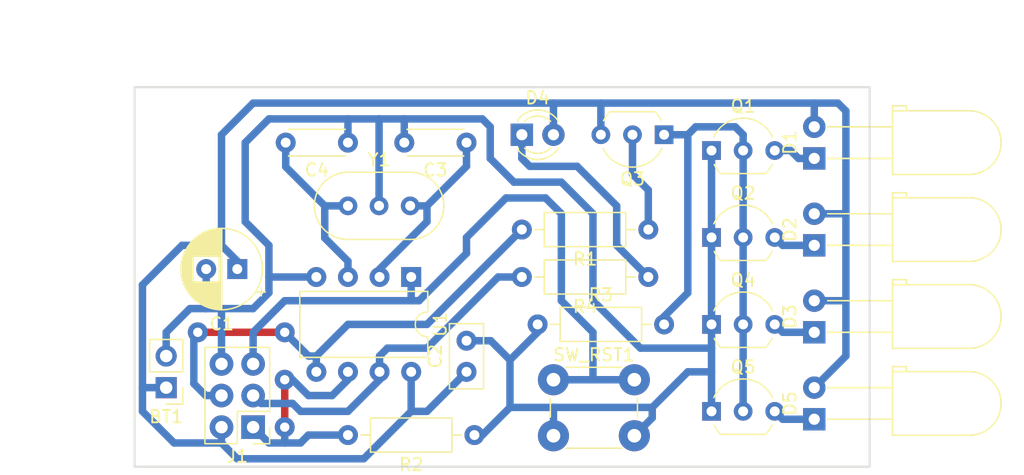
<source format=kicad_pcb>
(kicad_pcb (version 20171130) (host pcbnew 5.0.2-bee76a0~70~ubuntu16.04.1)

  (general
    (thickness 1.6)
    (drawings 6)
    (tracks 176)
    (zones 0)
    (modules 23)
    (nets 16)
  )

  (page A4)
  (layers
    (0 F.Cu signal)
    (31 B.Cu signal)
    (32 B.Adhes user)
    (33 F.Adhes user)
    (34 B.Paste user)
    (35 F.Paste user)
    (36 B.SilkS user)
    (37 F.SilkS user)
    (38 B.Mask user)
    (39 F.Mask user)
    (40 Dwgs.User user)
    (41 Cmts.User user)
    (42 Eco1.User user)
    (43 Eco2.User user)
    (44 Edge.Cuts user)
    (45 Margin user)
    (46 B.CrtYd user)
    (47 F.CrtYd user)
    (48 B.Fab user)
    (49 F.Fab user)
  )

  (setup
    (last_trace_width 0.6)
    (user_trace_width 0.2)
    (trace_clearance 0.6)
    (zone_clearance 0.508)
    (zone_45_only no)
    (trace_min 0.2)
    (segment_width 0.2)
    (edge_width 0.15)
    (via_size 1.6)
    (via_drill 0.75)
    (via_min_size 0.4)
    (via_min_drill 0.3)
    (uvia_size 0.3)
    (uvia_drill 0.1)
    (uvias_allowed no)
    (uvia_min_size 0.2)
    (uvia_min_drill 0.1)
    (pcb_text_width 0.3)
    (pcb_text_size 1.5 1.5)
    (mod_edge_width 0.15)
    (mod_text_size 1 1)
    (mod_text_width 0.15)
    (pad_size 1.524 1.524)
    (pad_drill 0.762)
    (pad_to_mask_clearance 0.051)
    (solder_mask_min_width 0.25)
    (aux_axis_origin 0 0)
    (grid_origin 57.15 20.955)
    (visible_elements FFFFFF7F)
    (pcbplotparams
      (layerselection 0x01000_fffffffe)
      (usegerberextensions false)
      (usegerberattributes false)
      (usegerberadvancedattributes false)
      (creategerberjobfile false)
      (excludeedgelayer false)
      (linewidth 0.100000)
      (plotframeref false)
      (viasonmask false)
      (mode 1)
      (useauxorigin false)
      (hpglpennumber 1)
      (hpglpenspeed 20)
      (hpglpendiameter 15.000000)
      (psnegative false)
      (psa4output false)
      (plotreference false)
      (plotvalue false)
      (plotinvisibletext false)
      (padsonsilk false)
      (subtractmaskfromsilk false)
      (outputformat 4)
      (mirror false)
      (drillshape 1)
      (scaleselection 1)
      (outputdirectory ""))
  )

  (net 0 "")
  (net 1 VCC)
  (net 2 GND)
  (net 3 "Net-(C3-Pad1)")
  (net 4 "Net-(C4-Pad2)")
  (net 5 "Net-(D1-Pad1)")
  (net 6 "Net-(D2-Pad1)")
  (net 7 "Net-(D3-Pad1)")
  (net 8 "Net-(D4-Pad1)")
  (net 9 "Net-(D5-Pad1)")
  (net 10 /MISO)
  (net 11 /SCK)
  (net 12 /MOSI)
  (net 13 /RST)
  (net 14 "Net-(Q1-Pad2)")
  (net 15 "Net-(Q3-Pad2)")

  (net_class Default "Esta es la clase de red por defecto."
    (clearance 0.6)
    (trace_width 0.6)
    (via_dia 1.6)
    (via_drill 0.75)
    (uvia_dia 0.3)
    (uvia_drill 0.1)
    (add_net /MISO)
    (add_net /MOSI)
    (add_net /RST)
    (add_net /SCK)
    (add_net GND)
    (add_net "Net-(C3-Pad1)")
    (add_net "Net-(C4-Pad2)")
    (add_net "Net-(D1-Pad1)")
    (add_net "Net-(D2-Pad1)")
    (add_net "Net-(D3-Pad1)")
    (add_net "Net-(D4-Pad1)")
    (add_net "Net-(D5-Pad1)")
    (add_net "Net-(Q1-Pad2)")
    (add_net "Net-(Q3-Pad2)")
    (add_net VCC)
  )

  (module Resistor_THT:R_Axial_DIN0207_L6.3mm_D2.5mm_P10.16mm_Horizontal (layer F.Cu) (tedit 5AE5139B) (tstamp 5DA55A70)
    (at 98.425 32.385 180)
    (descr "Resistor, Axial_DIN0207 series, Axial, Horizontal, pin pitch=10.16mm, 0.25W = 1/4W, length*diameter=6.3*2.5mm^2, http://cdn-reichelt.de/documents/datenblatt/B400/1_4W%23YAG.pdf")
    (tags "Resistor Axial_DIN0207 series Axial Horizontal pin pitch 10.16mm 0.25W = 1/4W length 6.3mm diameter 2.5mm")
    (path /5D99C038)
    (fp_text reference R1 (at 5.08 -2.37 180) (layer F.SilkS)
      (effects (font (size 1 1) (thickness 0.15)))
    )
    (fp_text value 1K (at 5.08 2.37 180) (layer F.Fab)
      (effects (font (size 1 1) (thickness 0.15)))
    )
    (fp_text user %R (at 5.08 0 180) (layer F.Fab)
      (effects (font (size 1 1) (thickness 0.15)))
    )
    (fp_line (start 11.21 -1.5) (end -1.05 -1.5) (layer F.CrtYd) (width 0.05))
    (fp_line (start 11.21 1.5) (end 11.21 -1.5) (layer F.CrtYd) (width 0.05))
    (fp_line (start -1.05 1.5) (end 11.21 1.5) (layer F.CrtYd) (width 0.05))
    (fp_line (start -1.05 -1.5) (end -1.05 1.5) (layer F.CrtYd) (width 0.05))
    (fp_line (start 9.12 0) (end 8.35 0) (layer F.SilkS) (width 0.12))
    (fp_line (start 1.04 0) (end 1.81 0) (layer F.SilkS) (width 0.12))
    (fp_line (start 8.35 -1.37) (end 1.81 -1.37) (layer F.SilkS) (width 0.12))
    (fp_line (start 8.35 1.37) (end 8.35 -1.37) (layer F.SilkS) (width 0.12))
    (fp_line (start 1.81 1.37) (end 8.35 1.37) (layer F.SilkS) (width 0.12))
    (fp_line (start 1.81 -1.37) (end 1.81 1.37) (layer F.SilkS) (width 0.12))
    (fp_line (start 10.16 0) (end 8.23 0) (layer F.Fab) (width 0.1))
    (fp_line (start 0 0) (end 1.93 0) (layer F.Fab) (width 0.1))
    (fp_line (start 8.23 -1.25) (end 1.93 -1.25) (layer F.Fab) (width 0.1))
    (fp_line (start 8.23 1.25) (end 8.23 -1.25) (layer F.Fab) (width 0.1))
    (fp_line (start 1.93 1.25) (end 8.23 1.25) (layer F.Fab) (width 0.1))
    (fp_line (start 1.93 -1.25) (end 1.93 1.25) (layer F.Fab) (width 0.1))
    (pad 2 thru_hole oval (at 10.16 0 180) (size 1.6 1.6) (drill 0.8) (layers *.Cu *.Mask)
      (net 12 /MOSI))
    (pad 1 thru_hole circle (at 0 0 180) (size 1.6 1.6) (drill 0.8) (layers *.Cu *.Mask)
      (net 15 "Net-(Q3-Pad2)"))
    (model ${KISYS3DMOD}/Resistor_THT.3dshapes/R_Axial_DIN0207_L6.3mm_D2.5mm_P10.16mm_Horizontal.wrl
      (at (xyz 0 0 0))
      (scale (xyz 1 1 1))
      (rotate (xyz 0 0 0))
    )
  )

  (module Resistor_THT:R_Axial_DIN0207_L6.3mm_D2.5mm_P10.16mm_Horizontal (layer F.Cu) (tedit 5AE5139B) (tstamp 5DA55A87)
    (at 84.455 48.895 180)
    (descr "Resistor, Axial_DIN0207 series, Axial, Horizontal, pin pitch=10.16mm, 0.25W = 1/4W, length*diameter=6.3*2.5mm^2, http://cdn-reichelt.de/documents/datenblatt/B400/1_4W%23YAG.pdf")
    (tags "Resistor Axial_DIN0207 series Axial Horizontal pin pitch 10.16mm 0.25W = 1/4W length 6.3mm diameter 2.5mm")
    (path /5D98ED39)
    (fp_text reference R2 (at 5.08 -2.37 180) (layer F.SilkS)
      (effects (font (size 1 1) (thickness 0.15)))
    )
    (fp_text value 10K (at 5.08 2.37 180) (layer F.Fab)
      (effects (font (size 1 1) (thickness 0.15)))
    )
    (fp_text user %R (at 5.08 0 180) (layer F.Fab)
      (effects (font (size 1 1) (thickness 0.15)))
    )
    (fp_line (start 11.21 -1.5) (end -1.05 -1.5) (layer F.CrtYd) (width 0.05))
    (fp_line (start 11.21 1.5) (end 11.21 -1.5) (layer F.CrtYd) (width 0.05))
    (fp_line (start -1.05 1.5) (end 11.21 1.5) (layer F.CrtYd) (width 0.05))
    (fp_line (start -1.05 -1.5) (end -1.05 1.5) (layer F.CrtYd) (width 0.05))
    (fp_line (start 9.12 0) (end 8.35 0) (layer F.SilkS) (width 0.12))
    (fp_line (start 1.04 0) (end 1.81 0) (layer F.SilkS) (width 0.12))
    (fp_line (start 8.35 -1.37) (end 1.81 -1.37) (layer F.SilkS) (width 0.12))
    (fp_line (start 8.35 1.37) (end 8.35 -1.37) (layer F.SilkS) (width 0.12))
    (fp_line (start 1.81 1.37) (end 8.35 1.37) (layer F.SilkS) (width 0.12))
    (fp_line (start 1.81 -1.37) (end 1.81 1.37) (layer F.SilkS) (width 0.12))
    (fp_line (start 10.16 0) (end 8.23 0) (layer F.Fab) (width 0.1))
    (fp_line (start 0 0) (end 1.93 0) (layer F.Fab) (width 0.1))
    (fp_line (start 8.23 -1.25) (end 1.93 -1.25) (layer F.Fab) (width 0.1))
    (fp_line (start 8.23 1.25) (end 8.23 -1.25) (layer F.Fab) (width 0.1))
    (fp_line (start 1.93 1.25) (end 8.23 1.25) (layer F.Fab) (width 0.1))
    (fp_line (start 1.93 -1.25) (end 1.93 1.25) (layer F.Fab) (width 0.1))
    (pad 2 thru_hole oval (at 10.16 0 180) (size 1.6 1.6) (drill 0.8) (layers *.Cu *.Mask)
      (net 10 /MISO))
    (pad 1 thru_hole circle (at 0 0 180) (size 1.6 1.6) (drill 0.8) (layers *.Cu *.Mask)
      (net 2 GND))
    (model ${KISYS3DMOD}/Resistor_THT.3dshapes/R_Axial_DIN0207_L6.3mm_D2.5mm_P10.16mm_Horizontal.wrl
      (at (xyz 0 0 0))
      (scale (xyz 1 1 1))
      (rotate (xyz 0 0 0))
    )
  )

  (module Resistor_THT:R_Axial_DIN0207_L6.3mm_D2.5mm_P10.16mm_Horizontal (layer F.Cu) (tedit 5AE5139B) (tstamp 5DA55A9E)
    (at 89.535 40.005)
    (descr "Resistor, Axial_DIN0207 series, Axial, Horizontal, pin pitch=10.16mm, 0.25W = 1/4W, length*diameter=6.3*2.5mm^2, http://cdn-reichelt.de/documents/datenblatt/B400/1_4W%23YAG.pdf")
    (tags "Resistor Axial_DIN0207 series Axial Horizontal pin pitch 10.16mm 0.25W = 1/4W length 6.3mm diameter 2.5mm")
    (path /5D997EA8)
    (fp_text reference R3 (at 5.08 -2.37) (layer F.SilkS)
      (effects (font (size 1 1) (thickness 0.15)))
    )
    (fp_text value 10K (at 5.08 2.37) (layer F.Fab)
      (effects (font (size 1 1) (thickness 0.15)))
    )
    (fp_text user %R (at 5.08 0) (layer F.Fab)
      (effects (font (size 1 1) (thickness 0.15)))
    )
    (fp_line (start 11.21 -1.5) (end -1.05 -1.5) (layer F.CrtYd) (width 0.05))
    (fp_line (start 11.21 1.5) (end 11.21 -1.5) (layer F.CrtYd) (width 0.05))
    (fp_line (start -1.05 1.5) (end 11.21 1.5) (layer F.CrtYd) (width 0.05))
    (fp_line (start -1.05 -1.5) (end -1.05 1.5) (layer F.CrtYd) (width 0.05))
    (fp_line (start 9.12 0) (end 8.35 0) (layer F.SilkS) (width 0.12))
    (fp_line (start 1.04 0) (end 1.81 0) (layer F.SilkS) (width 0.12))
    (fp_line (start 8.35 -1.37) (end 1.81 -1.37) (layer F.SilkS) (width 0.12))
    (fp_line (start 8.35 1.37) (end 8.35 -1.37) (layer F.SilkS) (width 0.12))
    (fp_line (start 1.81 1.37) (end 8.35 1.37) (layer F.SilkS) (width 0.12))
    (fp_line (start 1.81 -1.37) (end 1.81 1.37) (layer F.SilkS) (width 0.12))
    (fp_line (start 10.16 0) (end 8.23 0) (layer F.Fab) (width 0.1))
    (fp_line (start 0 0) (end 1.93 0) (layer F.Fab) (width 0.1))
    (fp_line (start 8.23 -1.25) (end 1.93 -1.25) (layer F.Fab) (width 0.1))
    (fp_line (start 8.23 1.25) (end 8.23 -1.25) (layer F.Fab) (width 0.1))
    (fp_line (start 1.93 1.25) (end 8.23 1.25) (layer F.Fab) (width 0.1))
    (fp_line (start 1.93 -1.25) (end 1.93 1.25) (layer F.Fab) (width 0.1))
    (pad 2 thru_hole oval (at 10.16 0) (size 1.6 1.6) (drill 0.8) (layers *.Cu *.Mask)
      (net 14 "Net-(Q1-Pad2)"))
    (pad 1 thru_hole circle (at 0 0) (size 1.6 1.6) (drill 0.8) (layers *.Cu *.Mask)
      (net 2 GND))
    (model ${KISYS3DMOD}/Resistor_THT.3dshapes/R_Axial_DIN0207_L6.3mm_D2.5mm_P10.16mm_Horizontal.wrl
      (at (xyz 0 0 0))
      (scale (xyz 1 1 1))
      (rotate (xyz 0 0 0))
    )
  )

  (module Resistor_THT:R_Axial_DIN0207_L6.3mm_D2.5mm_P10.16mm_Horizontal (layer F.Cu) (tedit 5AE5139B) (tstamp 5DA55AB5)
    (at 98.425 36.195 180)
    (descr "Resistor, Axial_DIN0207 series, Axial, Horizontal, pin pitch=10.16mm, 0.25W = 1/4W, length*diameter=6.3*2.5mm^2, http://cdn-reichelt.de/documents/datenblatt/B400/1_4W%23YAG.pdf")
    (tags "Resistor Axial_DIN0207 series Axial Horizontal pin pitch 10.16mm 0.25W = 1/4W length 6.3mm diameter 2.5mm")
    (path /5D987C38)
    (fp_text reference R4 (at 5.08 -2.37 180) (layer F.SilkS)
      (effects (font (size 1 1) (thickness 0.15)))
    )
    (fp_text value 1K (at 5.08 2.37 180) (layer F.Fab)
      (effects (font (size 1 1) (thickness 0.15)))
    )
    (fp_text user %R (at 5.08 0 180) (layer F.Fab)
      (effects (font (size 1 1) (thickness 0.15)))
    )
    (fp_line (start 11.21 -1.5) (end -1.05 -1.5) (layer F.CrtYd) (width 0.05))
    (fp_line (start 11.21 1.5) (end 11.21 -1.5) (layer F.CrtYd) (width 0.05))
    (fp_line (start -1.05 1.5) (end 11.21 1.5) (layer F.CrtYd) (width 0.05))
    (fp_line (start -1.05 -1.5) (end -1.05 1.5) (layer F.CrtYd) (width 0.05))
    (fp_line (start 9.12 0) (end 8.35 0) (layer F.SilkS) (width 0.12))
    (fp_line (start 1.04 0) (end 1.81 0) (layer F.SilkS) (width 0.12))
    (fp_line (start 8.35 -1.37) (end 1.81 -1.37) (layer F.SilkS) (width 0.12))
    (fp_line (start 8.35 1.37) (end 8.35 -1.37) (layer F.SilkS) (width 0.12))
    (fp_line (start 1.81 1.37) (end 8.35 1.37) (layer F.SilkS) (width 0.12))
    (fp_line (start 1.81 -1.37) (end 1.81 1.37) (layer F.SilkS) (width 0.12))
    (fp_line (start 10.16 0) (end 8.23 0) (layer F.Fab) (width 0.1))
    (fp_line (start 0 0) (end 1.93 0) (layer F.Fab) (width 0.1))
    (fp_line (start 8.23 -1.25) (end 1.93 -1.25) (layer F.Fab) (width 0.1))
    (fp_line (start 8.23 1.25) (end 8.23 -1.25) (layer F.Fab) (width 0.1))
    (fp_line (start 1.93 1.25) (end 8.23 1.25) (layer F.Fab) (width 0.1))
    (fp_line (start 1.93 -1.25) (end 1.93 1.25) (layer F.Fab) (width 0.1))
    (pad 2 thru_hole oval (at 10.16 0 180) (size 1.6 1.6) (drill 0.8) (layers *.Cu *.Mask)
      (net 11 /SCK))
    (pad 1 thru_hole circle (at 0 0 180) (size 1.6 1.6) (drill 0.8) (layers *.Cu *.Mask)
      (net 8 "Net-(D4-Pad1)"))
    (model ${KISYS3DMOD}/Resistor_THT.3dshapes/R_Axial_DIN0207_L6.3mm_D2.5mm_P10.16mm_Horizontal.wrl
      (at (xyz 0 0 0))
      (scale (xyz 1 1 1))
      (rotate (xyz 0 0 0))
    )
  )

  (module Button_Switch_THT:SW_PUSH_6mm_H5mm (layer F.Cu) (tedit 5D9E78C0) (tstamp 5DA55AD4)
    (at 90.805 44.45)
    (descr "tactile push button, 6x6mm e.g. PHAP33xx series, height=5mm")
    (tags "tact sw push 6mm")
    (path /5D9844A4)
    (fp_text reference SW_RST1 (at 3.25 -2) (layer F.SilkS)
      (effects (font (size 1 1) (thickness 0.15)))
    )
    (fp_text value SW_Push (at 3.75 6.7) (layer F.Fab)
      (effects (font (size 1 1) (thickness 0.15)))
    )
    (fp_text user %R (at 3.25 2.25) (layer F.Fab)
      (effects (font (size 1 1) (thickness 0.15)))
    )
    (fp_line (start 3.25 -0.75) (end 6.25 -0.75) (layer F.Fab) (width 0.1))
    (fp_line (start 6.25 -0.75) (end 6.25 5.25) (layer F.Fab) (width 0.1))
    (fp_line (start 6.25 5.25) (end 0.25 5.25) (layer F.Fab) (width 0.1))
    (fp_line (start 0.25 5.25) (end 0.25 -0.75) (layer F.Fab) (width 0.1))
    (fp_line (start 0.25 -0.75) (end 3.25 -0.75) (layer F.Fab) (width 0.1))
    (fp_line (start 7.75 6) (end 8 6) (layer F.CrtYd) (width 0.05))
    (fp_line (start 8 6) (end 8 5.75) (layer F.CrtYd) (width 0.05))
    (fp_line (start 7.75 -1.5) (end 8 -1.5) (layer F.CrtYd) (width 0.05))
    (fp_line (start 8 -1.5) (end 8 -1.25) (layer F.CrtYd) (width 0.05))
    (fp_line (start -1.5 -1.25) (end -1.5 -1.5) (layer F.CrtYd) (width 0.05))
    (fp_line (start -1.5 -1.5) (end -1.25 -1.5) (layer F.CrtYd) (width 0.05))
    (fp_line (start -1.5 5.75) (end -1.5 6) (layer F.CrtYd) (width 0.05))
    (fp_line (start -1.5 6) (end -1.25 6) (layer F.CrtYd) (width 0.05))
    (fp_line (start -1.25 -1.5) (end 7.75 -1.5) (layer F.CrtYd) (width 0.05))
    (fp_line (start -1.5 5.75) (end -1.5 -1.25) (layer F.CrtYd) (width 0.05))
    (fp_line (start 7.75 6) (end -1.25 6) (layer F.CrtYd) (width 0.05))
    (fp_line (start 8 -1.25) (end 8 5.75) (layer F.CrtYd) (width 0.05))
    (fp_line (start 1 5.5) (end 5.5 5.5) (layer F.SilkS) (width 0.12))
    (fp_line (start -0.25 1.5) (end -0.25 3) (layer F.SilkS) (width 0.12))
    (fp_line (start 5.5 -1) (end 1 -1) (layer F.SilkS) (width 0.12))
    (fp_line (start 6.75 3) (end 6.75 1.5) (layer F.SilkS) (width 0.12))
    (fp_circle (center 3.25 2.25) (end 1.25 2.5) (layer F.Fab) (width 0.1))
    (pad 2 thru_hole circle (at 0 4.5 90) (size 2.5 2.5) (drill 1.1) (layers *.Cu *.Mask)
      (net 2 GND))
    (pad 1 thru_hole circle (at 0 0 90) (size 2.5 2.5) (drill 1.1) (layers *.Cu *.Mask)
      (net 13 /RST))
    (pad 2 thru_hole circle (at 6.5 4.5 90) (size 2.5 2.5) (drill 1.1) (layers *.Cu *.Mask)
      (net 2 GND))
    (pad 1 thru_hole circle (at 6.5 0 90) (size 2.5 2.5) (drill 1.1) (layers *.Cu *.Mask)
      (net 13 /RST))
    (model ${KISYS3DMOD}/Button_Switch_THT.3dshapes/SW_PUSH_6mm_H5mm.wrl
      (at (xyz 0 0 0))
      (scale (xyz 1 1 1))
      (rotate (xyz 0 0 0))
    )
  )

  (module Connector_PinHeader_2.54mm:PinHeader_2x03_P2.54mm_Vertical (layer F.Cu) (tedit 5D9E783E) (tstamp 5DA559FF)
    (at 66.675 48.26 180)
    (descr "Through hole straight pin header, 2x03, 2.54mm pitch, double rows")
    (tags "Through hole pin header THT 2x03 2.54mm double row")
    (path /5D9847CC)
    (fp_text reference J1 (at 1.27 -2.33 180) (layer F.SilkS)
      (effects (font (size 1 1) (thickness 0.15)))
    )
    (fp_text value AVR-ISP-6 (at 1.27 7.41 180) (layer F.Fab)
      (effects (font (size 1 1) (thickness 0.15)))
    )
    (fp_line (start 0 -1.27) (end 3.81 -1.27) (layer F.Fab) (width 0.1))
    (fp_line (start 3.81 -1.27) (end 3.81 6.35) (layer F.Fab) (width 0.1))
    (fp_line (start 3.81 6.35) (end -1.27 6.35) (layer F.Fab) (width 0.1))
    (fp_line (start -1.27 6.35) (end -1.27 0) (layer F.Fab) (width 0.1))
    (fp_line (start -1.27 0) (end 0 -1.27) (layer F.Fab) (width 0.1))
    (fp_line (start -1.33 6.41) (end 3.87 6.41) (layer F.SilkS) (width 0.12))
    (fp_line (start -1.33 1.27) (end -1.33 6.41) (layer F.SilkS) (width 0.12))
    (fp_line (start 3.87 -1.33) (end 3.87 6.41) (layer F.SilkS) (width 0.12))
    (fp_line (start -1.33 1.27) (end 1.27 1.27) (layer F.SilkS) (width 0.12))
    (fp_line (start 1.27 1.27) (end 1.27 -1.33) (layer F.SilkS) (width 0.12))
    (fp_line (start 1.27 -1.33) (end 3.87 -1.33) (layer F.SilkS) (width 0.12))
    (fp_line (start -1.33 0) (end -1.33 -1.33) (layer F.SilkS) (width 0.12))
    (fp_line (start -1.33 -1.33) (end 0 -1.33) (layer F.SilkS) (width 0.12))
    (fp_line (start -1.8 -1.8) (end -1.8 6.85) (layer F.CrtYd) (width 0.05))
    (fp_line (start -1.8 6.85) (end 4.35 6.85) (layer F.CrtYd) (width 0.05))
    (fp_line (start 4.35 6.85) (end 4.35 -1.8) (layer F.CrtYd) (width 0.05))
    (fp_line (start 4.35 -1.8) (end -1.8 -1.8) (layer F.CrtYd) (width 0.05))
    (fp_text user %R (at 1.27 2.54 270) (layer F.Fab)
      (effects (font (size 1 1) (thickness 0.15)))
    )
    (pad 1 thru_hole rect (at 0 0 180) (size 1.9 1.9) (drill 1) (layers *.Cu *.Mask)
      (net 10 /MISO))
    (pad 2 thru_hole oval (at 2.54 0 180) (size 1.9 1.9) (drill 1) (layers *.Cu *.Mask)
      (net 1 VCC))
    (pad 3 thru_hole oval (at 0 2.54 180) (size 1.9 1.9) (drill 1) (layers *.Cu *.Mask)
      (net 11 /SCK))
    (pad 4 thru_hole oval (at 2.54 2.54 180) (size 1.9 1.9) (drill 1) (layers *.Cu *.Mask)
      (net 12 /MOSI))
    (pad 5 thru_hole oval (at 0 5.08 180) (size 1.9 1.9) (drill 1) (layers *.Cu *.Mask)
      (net 13 /RST))
    (pad 6 thru_hole oval (at 2.54 5.08 180) (size 1.9 1.9) (drill 1) (layers *.Cu *.Mask)
      (net 2 GND))
    (model ${KISYS3DMOD}/Connector_PinHeader_2.54mm.3dshapes/PinHeader_2x03_P2.54mm_Vertical.wrl
      (at (xyz 0 0 0))
      (scale (xyz 1 1 1))
      (rotate (xyz 0 0 0))
    )
  )

  (module Capacitor_THT:CP_Radial_D6.3mm_P2.50mm (layer F.Cu) (tedit 5AE50EF0) (tstamp 5DA55943)
    (at 65.405 35.56 180)
    (descr "CP, Radial series, Radial, pin pitch=2.50mm, , diameter=6.3mm, Electrolytic Capacitor")
    (tags "CP Radial series Radial pin pitch 2.50mm  diameter 6.3mm Electrolytic Capacitor")
    (path /5D98525C)
    (fp_text reference C1 (at 1.25 -4.4 180) (layer F.SilkS)
      (effects (font (size 1 1) (thickness 0.15)))
    )
    (fp_text value "100uf x 6.3v" (at 1.25 4.4 180) (layer F.Fab)
      (effects (font (size 1 1) (thickness 0.15)))
    )
    (fp_text user %R (at 1.25 0 180) (layer F.Fab)
      (effects (font (size 1 1) (thickness 0.15)))
    )
    (fp_line (start -1.935241 -2.154) (end -1.935241 -1.524) (layer F.SilkS) (width 0.12))
    (fp_line (start -2.250241 -1.839) (end -1.620241 -1.839) (layer F.SilkS) (width 0.12))
    (fp_line (start 4.491 -0.402) (end 4.491 0.402) (layer F.SilkS) (width 0.12))
    (fp_line (start 4.451 -0.633) (end 4.451 0.633) (layer F.SilkS) (width 0.12))
    (fp_line (start 4.411 -0.802) (end 4.411 0.802) (layer F.SilkS) (width 0.12))
    (fp_line (start 4.371 -0.94) (end 4.371 0.94) (layer F.SilkS) (width 0.12))
    (fp_line (start 4.331 -1.059) (end 4.331 1.059) (layer F.SilkS) (width 0.12))
    (fp_line (start 4.291 -1.165) (end 4.291 1.165) (layer F.SilkS) (width 0.12))
    (fp_line (start 4.251 -1.262) (end 4.251 1.262) (layer F.SilkS) (width 0.12))
    (fp_line (start 4.211 -1.35) (end 4.211 1.35) (layer F.SilkS) (width 0.12))
    (fp_line (start 4.171 -1.432) (end 4.171 1.432) (layer F.SilkS) (width 0.12))
    (fp_line (start 4.131 -1.509) (end 4.131 1.509) (layer F.SilkS) (width 0.12))
    (fp_line (start 4.091 -1.581) (end 4.091 1.581) (layer F.SilkS) (width 0.12))
    (fp_line (start 4.051 -1.65) (end 4.051 1.65) (layer F.SilkS) (width 0.12))
    (fp_line (start 4.011 -1.714) (end 4.011 1.714) (layer F.SilkS) (width 0.12))
    (fp_line (start 3.971 -1.776) (end 3.971 1.776) (layer F.SilkS) (width 0.12))
    (fp_line (start 3.931 -1.834) (end 3.931 1.834) (layer F.SilkS) (width 0.12))
    (fp_line (start 3.891 -1.89) (end 3.891 1.89) (layer F.SilkS) (width 0.12))
    (fp_line (start 3.851 -1.944) (end 3.851 1.944) (layer F.SilkS) (width 0.12))
    (fp_line (start 3.811 -1.995) (end 3.811 1.995) (layer F.SilkS) (width 0.12))
    (fp_line (start 3.771 -2.044) (end 3.771 2.044) (layer F.SilkS) (width 0.12))
    (fp_line (start 3.731 -2.092) (end 3.731 2.092) (layer F.SilkS) (width 0.12))
    (fp_line (start 3.691 -2.137) (end 3.691 2.137) (layer F.SilkS) (width 0.12))
    (fp_line (start 3.651 -2.182) (end 3.651 2.182) (layer F.SilkS) (width 0.12))
    (fp_line (start 3.611 -2.224) (end 3.611 2.224) (layer F.SilkS) (width 0.12))
    (fp_line (start 3.571 -2.265) (end 3.571 2.265) (layer F.SilkS) (width 0.12))
    (fp_line (start 3.531 1.04) (end 3.531 2.305) (layer F.SilkS) (width 0.12))
    (fp_line (start 3.531 -2.305) (end 3.531 -1.04) (layer F.SilkS) (width 0.12))
    (fp_line (start 3.491 1.04) (end 3.491 2.343) (layer F.SilkS) (width 0.12))
    (fp_line (start 3.491 -2.343) (end 3.491 -1.04) (layer F.SilkS) (width 0.12))
    (fp_line (start 3.451 1.04) (end 3.451 2.38) (layer F.SilkS) (width 0.12))
    (fp_line (start 3.451 -2.38) (end 3.451 -1.04) (layer F.SilkS) (width 0.12))
    (fp_line (start 3.411 1.04) (end 3.411 2.416) (layer F.SilkS) (width 0.12))
    (fp_line (start 3.411 -2.416) (end 3.411 -1.04) (layer F.SilkS) (width 0.12))
    (fp_line (start 3.371 1.04) (end 3.371 2.45) (layer F.SilkS) (width 0.12))
    (fp_line (start 3.371 -2.45) (end 3.371 -1.04) (layer F.SilkS) (width 0.12))
    (fp_line (start 3.331 1.04) (end 3.331 2.484) (layer F.SilkS) (width 0.12))
    (fp_line (start 3.331 -2.484) (end 3.331 -1.04) (layer F.SilkS) (width 0.12))
    (fp_line (start 3.291 1.04) (end 3.291 2.516) (layer F.SilkS) (width 0.12))
    (fp_line (start 3.291 -2.516) (end 3.291 -1.04) (layer F.SilkS) (width 0.12))
    (fp_line (start 3.251 1.04) (end 3.251 2.548) (layer F.SilkS) (width 0.12))
    (fp_line (start 3.251 -2.548) (end 3.251 -1.04) (layer F.SilkS) (width 0.12))
    (fp_line (start 3.211 1.04) (end 3.211 2.578) (layer F.SilkS) (width 0.12))
    (fp_line (start 3.211 -2.578) (end 3.211 -1.04) (layer F.SilkS) (width 0.12))
    (fp_line (start 3.171 1.04) (end 3.171 2.607) (layer F.SilkS) (width 0.12))
    (fp_line (start 3.171 -2.607) (end 3.171 -1.04) (layer F.SilkS) (width 0.12))
    (fp_line (start 3.131 1.04) (end 3.131 2.636) (layer F.SilkS) (width 0.12))
    (fp_line (start 3.131 -2.636) (end 3.131 -1.04) (layer F.SilkS) (width 0.12))
    (fp_line (start 3.091 1.04) (end 3.091 2.664) (layer F.SilkS) (width 0.12))
    (fp_line (start 3.091 -2.664) (end 3.091 -1.04) (layer F.SilkS) (width 0.12))
    (fp_line (start 3.051 1.04) (end 3.051 2.69) (layer F.SilkS) (width 0.12))
    (fp_line (start 3.051 -2.69) (end 3.051 -1.04) (layer F.SilkS) (width 0.12))
    (fp_line (start 3.011 1.04) (end 3.011 2.716) (layer F.SilkS) (width 0.12))
    (fp_line (start 3.011 -2.716) (end 3.011 -1.04) (layer F.SilkS) (width 0.12))
    (fp_line (start 2.971 1.04) (end 2.971 2.742) (layer F.SilkS) (width 0.12))
    (fp_line (start 2.971 -2.742) (end 2.971 -1.04) (layer F.SilkS) (width 0.12))
    (fp_line (start 2.931 1.04) (end 2.931 2.766) (layer F.SilkS) (width 0.12))
    (fp_line (start 2.931 -2.766) (end 2.931 -1.04) (layer F.SilkS) (width 0.12))
    (fp_line (start 2.891 1.04) (end 2.891 2.79) (layer F.SilkS) (width 0.12))
    (fp_line (start 2.891 -2.79) (end 2.891 -1.04) (layer F.SilkS) (width 0.12))
    (fp_line (start 2.851 1.04) (end 2.851 2.812) (layer F.SilkS) (width 0.12))
    (fp_line (start 2.851 -2.812) (end 2.851 -1.04) (layer F.SilkS) (width 0.12))
    (fp_line (start 2.811 1.04) (end 2.811 2.834) (layer F.SilkS) (width 0.12))
    (fp_line (start 2.811 -2.834) (end 2.811 -1.04) (layer F.SilkS) (width 0.12))
    (fp_line (start 2.771 1.04) (end 2.771 2.856) (layer F.SilkS) (width 0.12))
    (fp_line (start 2.771 -2.856) (end 2.771 -1.04) (layer F.SilkS) (width 0.12))
    (fp_line (start 2.731 1.04) (end 2.731 2.876) (layer F.SilkS) (width 0.12))
    (fp_line (start 2.731 -2.876) (end 2.731 -1.04) (layer F.SilkS) (width 0.12))
    (fp_line (start 2.691 1.04) (end 2.691 2.896) (layer F.SilkS) (width 0.12))
    (fp_line (start 2.691 -2.896) (end 2.691 -1.04) (layer F.SilkS) (width 0.12))
    (fp_line (start 2.651 1.04) (end 2.651 2.916) (layer F.SilkS) (width 0.12))
    (fp_line (start 2.651 -2.916) (end 2.651 -1.04) (layer F.SilkS) (width 0.12))
    (fp_line (start 2.611 1.04) (end 2.611 2.934) (layer F.SilkS) (width 0.12))
    (fp_line (start 2.611 -2.934) (end 2.611 -1.04) (layer F.SilkS) (width 0.12))
    (fp_line (start 2.571 1.04) (end 2.571 2.952) (layer F.SilkS) (width 0.12))
    (fp_line (start 2.571 -2.952) (end 2.571 -1.04) (layer F.SilkS) (width 0.12))
    (fp_line (start 2.531 1.04) (end 2.531 2.97) (layer F.SilkS) (width 0.12))
    (fp_line (start 2.531 -2.97) (end 2.531 -1.04) (layer F.SilkS) (width 0.12))
    (fp_line (start 2.491 1.04) (end 2.491 2.986) (layer F.SilkS) (width 0.12))
    (fp_line (start 2.491 -2.986) (end 2.491 -1.04) (layer F.SilkS) (width 0.12))
    (fp_line (start 2.451 1.04) (end 2.451 3.002) (layer F.SilkS) (width 0.12))
    (fp_line (start 2.451 -3.002) (end 2.451 -1.04) (layer F.SilkS) (width 0.12))
    (fp_line (start 2.411 1.04) (end 2.411 3.018) (layer F.SilkS) (width 0.12))
    (fp_line (start 2.411 -3.018) (end 2.411 -1.04) (layer F.SilkS) (width 0.12))
    (fp_line (start 2.371 1.04) (end 2.371 3.033) (layer F.SilkS) (width 0.12))
    (fp_line (start 2.371 -3.033) (end 2.371 -1.04) (layer F.SilkS) (width 0.12))
    (fp_line (start 2.331 1.04) (end 2.331 3.047) (layer F.SilkS) (width 0.12))
    (fp_line (start 2.331 -3.047) (end 2.331 -1.04) (layer F.SilkS) (width 0.12))
    (fp_line (start 2.291 1.04) (end 2.291 3.061) (layer F.SilkS) (width 0.12))
    (fp_line (start 2.291 -3.061) (end 2.291 -1.04) (layer F.SilkS) (width 0.12))
    (fp_line (start 2.251 1.04) (end 2.251 3.074) (layer F.SilkS) (width 0.12))
    (fp_line (start 2.251 -3.074) (end 2.251 -1.04) (layer F.SilkS) (width 0.12))
    (fp_line (start 2.211 1.04) (end 2.211 3.086) (layer F.SilkS) (width 0.12))
    (fp_line (start 2.211 -3.086) (end 2.211 -1.04) (layer F.SilkS) (width 0.12))
    (fp_line (start 2.171 1.04) (end 2.171 3.098) (layer F.SilkS) (width 0.12))
    (fp_line (start 2.171 -3.098) (end 2.171 -1.04) (layer F.SilkS) (width 0.12))
    (fp_line (start 2.131 1.04) (end 2.131 3.11) (layer F.SilkS) (width 0.12))
    (fp_line (start 2.131 -3.11) (end 2.131 -1.04) (layer F.SilkS) (width 0.12))
    (fp_line (start 2.091 1.04) (end 2.091 3.121) (layer F.SilkS) (width 0.12))
    (fp_line (start 2.091 -3.121) (end 2.091 -1.04) (layer F.SilkS) (width 0.12))
    (fp_line (start 2.051 1.04) (end 2.051 3.131) (layer F.SilkS) (width 0.12))
    (fp_line (start 2.051 -3.131) (end 2.051 -1.04) (layer F.SilkS) (width 0.12))
    (fp_line (start 2.011 1.04) (end 2.011 3.141) (layer F.SilkS) (width 0.12))
    (fp_line (start 2.011 -3.141) (end 2.011 -1.04) (layer F.SilkS) (width 0.12))
    (fp_line (start 1.971 1.04) (end 1.971 3.15) (layer F.SilkS) (width 0.12))
    (fp_line (start 1.971 -3.15) (end 1.971 -1.04) (layer F.SilkS) (width 0.12))
    (fp_line (start 1.93 1.04) (end 1.93 3.159) (layer F.SilkS) (width 0.12))
    (fp_line (start 1.93 -3.159) (end 1.93 -1.04) (layer F.SilkS) (width 0.12))
    (fp_line (start 1.89 1.04) (end 1.89 3.167) (layer F.SilkS) (width 0.12))
    (fp_line (start 1.89 -3.167) (end 1.89 -1.04) (layer F.SilkS) (width 0.12))
    (fp_line (start 1.85 1.04) (end 1.85 3.175) (layer F.SilkS) (width 0.12))
    (fp_line (start 1.85 -3.175) (end 1.85 -1.04) (layer F.SilkS) (width 0.12))
    (fp_line (start 1.81 1.04) (end 1.81 3.182) (layer F.SilkS) (width 0.12))
    (fp_line (start 1.81 -3.182) (end 1.81 -1.04) (layer F.SilkS) (width 0.12))
    (fp_line (start 1.77 1.04) (end 1.77 3.189) (layer F.SilkS) (width 0.12))
    (fp_line (start 1.77 -3.189) (end 1.77 -1.04) (layer F.SilkS) (width 0.12))
    (fp_line (start 1.73 1.04) (end 1.73 3.195) (layer F.SilkS) (width 0.12))
    (fp_line (start 1.73 -3.195) (end 1.73 -1.04) (layer F.SilkS) (width 0.12))
    (fp_line (start 1.69 1.04) (end 1.69 3.201) (layer F.SilkS) (width 0.12))
    (fp_line (start 1.69 -3.201) (end 1.69 -1.04) (layer F.SilkS) (width 0.12))
    (fp_line (start 1.65 1.04) (end 1.65 3.206) (layer F.SilkS) (width 0.12))
    (fp_line (start 1.65 -3.206) (end 1.65 -1.04) (layer F.SilkS) (width 0.12))
    (fp_line (start 1.61 1.04) (end 1.61 3.211) (layer F.SilkS) (width 0.12))
    (fp_line (start 1.61 -3.211) (end 1.61 -1.04) (layer F.SilkS) (width 0.12))
    (fp_line (start 1.57 1.04) (end 1.57 3.215) (layer F.SilkS) (width 0.12))
    (fp_line (start 1.57 -3.215) (end 1.57 -1.04) (layer F.SilkS) (width 0.12))
    (fp_line (start 1.53 1.04) (end 1.53 3.218) (layer F.SilkS) (width 0.12))
    (fp_line (start 1.53 -3.218) (end 1.53 -1.04) (layer F.SilkS) (width 0.12))
    (fp_line (start 1.49 1.04) (end 1.49 3.222) (layer F.SilkS) (width 0.12))
    (fp_line (start 1.49 -3.222) (end 1.49 -1.04) (layer F.SilkS) (width 0.12))
    (fp_line (start 1.45 -3.224) (end 1.45 3.224) (layer F.SilkS) (width 0.12))
    (fp_line (start 1.41 -3.227) (end 1.41 3.227) (layer F.SilkS) (width 0.12))
    (fp_line (start 1.37 -3.228) (end 1.37 3.228) (layer F.SilkS) (width 0.12))
    (fp_line (start 1.33 -3.23) (end 1.33 3.23) (layer F.SilkS) (width 0.12))
    (fp_line (start 1.29 -3.23) (end 1.29 3.23) (layer F.SilkS) (width 0.12))
    (fp_line (start 1.25 -3.23) (end 1.25 3.23) (layer F.SilkS) (width 0.12))
    (fp_line (start -1.128972 -1.6885) (end -1.128972 -1.0585) (layer F.Fab) (width 0.1))
    (fp_line (start -1.443972 -1.3735) (end -0.813972 -1.3735) (layer F.Fab) (width 0.1))
    (fp_circle (center 1.25 0) (end 4.65 0) (layer F.CrtYd) (width 0.05))
    (fp_circle (center 1.25 0) (end 4.52 0) (layer F.SilkS) (width 0.12))
    (fp_circle (center 1.25 0) (end 4.4 0) (layer F.Fab) (width 0.1))
    (pad 2 thru_hole circle (at 2.5 0 180) (size 1.6 1.6) (drill 0.8) (layers *.Cu *.Mask)
      (net 2 GND))
    (pad 1 thru_hole rect (at 0 0 180) (size 1.6 1.6) (drill 0.8) (layers *.Cu *.Mask)
      (net 1 VCC))
    (model ${KISYS3DMOD}/Capacitor_THT.3dshapes/CP_Radial_D6.3mm_P2.50mm.wrl
      (at (xyz 0 0 0))
      (scale (xyz 1 1 1))
      (rotate (xyz 0 0 0))
    )
  )

  (module Capacitor_THT:C_Disc_D4.3mm_W1.9mm_P5.00mm (layer F.Cu) (tedit 5AE50EF0) (tstamp 5DA55980)
    (at 74.295 25.4 180)
    (descr "C, Disc series, Radial, pin pitch=5.00mm, , diameter*width=4.3*1.9mm^2, Capacitor, http://www.vishay.com/docs/45233/krseries.pdf")
    (tags "C Disc series Radial pin pitch 5.00mm  diameter 4.3mm width 1.9mm Capacitor")
    (path /5D996684)
    (fp_text reference C4 (at 2.5 -2.2 180) (layer F.SilkS)
      (effects (font (size 1 1) (thickness 0.15)))
    )
    (fp_text value 18pf (at 2.5 2.2 180) (layer F.Fab)
      (effects (font (size 1 1) (thickness 0.15)))
    )
    (fp_text user %R (at 2.5 0 180) (layer F.Fab)
      (effects (font (size 0.86 0.86) (thickness 0.129)))
    )
    (fp_line (start 6.05 -1.2) (end -1.05 -1.2) (layer F.CrtYd) (width 0.05))
    (fp_line (start 6.05 1.2) (end 6.05 -1.2) (layer F.CrtYd) (width 0.05))
    (fp_line (start -1.05 1.2) (end 6.05 1.2) (layer F.CrtYd) (width 0.05))
    (fp_line (start -1.05 -1.2) (end -1.05 1.2) (layer F.CrtYd) (width 0.05))
    (fp_line (start 4.77 1.055) (end 4.77 1.07) (layer F.SilkS) (width 0.12))
    (fp_line (start 4.77 -1.07) (end 4.77 -1.055) (layer F.SilkS) (width 0.12))
    (fp_line (start 0.23 1.055) (end 0.23 1.07) (layer F.SilkS) (width 0.12))
    (fp_line (start 0.23 -1.07) (end 0.23 -1.055) (layer F.SilkS) (width 0.12))
    (fp_line (start 0.23 1.07) (end 4.77 1.07) (layer F.SilkS) (width 0.12))
    (fp_line (start 0.23 -1.07) (end 4.77 -1.07) (layer F.SilkS) (width 0.12))
    (fp_line (start 4.65 -0.95) (end 0.35 -0.95) (layer F.Fab) (width 0.1))
    (fp_line (start 4.65 0.95) (end 4.65 -0.95) (layer F.Fab) (width 0.1))
    (fp_line (start 0.35 0.95) (end 4.65 0.95) (layer F.Fab) (width 0.1))
    (fp_line (start 0.35 -0.95) (end 0.35 0.95) (layer F.Fab) (width 0.1))
    (pad 2 thru_hole circle (at 5 0 180) (size 1.6 1.6) (drill 0.8) (layers *.Cu *.Mask)
      (net 4 "Net-(C4-Pad2)"))
    (pad 1 thru_hole circle (at 0 0 180) (size 1.6 1.6) (drill 0.8) (layers *.Cu *.Mask)
      (net 2 GND))
    (model ${KISYS3DMOD}/Capacitor_THT.3dshapes/C_Disc_D4.3mm_W1.9mm_P5.00mm.wrl
      (at (xyz 0 0 0))
      (scale (xyz 1 1 1))
      (rotate (xyz 0 0 0))
    )
  )

  (module Capacitor_THT:C_Disc_D4.3mm_W1.9mm_P5.00mm (layer F.Cu) (tedit 5AE50EF0) (tstamp 5DA5596B)
    (at 83.82 25.4 180)
    (descr "C, Disc series, Radial, pin pitch=5.00mm, , diameter*width=4.3*1.9mm^2, Capacitor, http://www.vishay.com/docs/45233/krseries.pdf")
    (tags "C Disc series Radial pin pitch 5.00mm  diameter 4.3mm width 1.9mm Capacitor")
    (path /5D994F2F)
    (fp_text reference C3 (at 2.5 -2.2 180) (layer F.SilkS)
      (effects (font (size 1 1) (thickness 0.15)))
    )
    (fp_text value 18pf (at 2.5 2.2 180) (layer F.Fab)
      (effects (font (size 1 1) (thickness 0.15)))
    )
    (fp_text user %R (at 2.5 0 180) (layer F.Fab)
      (effects (font (size 0.86 0.86) (thickness 0.129)))
    )
    (fp_line (start 6.05 -1.2) (end -1.05 -1.2) (layer F.CrtYd) (width 0.05))
    (fp_line (start 6.05 1.2) (end 6.05 -1.2) (layer F.CrtYd) (width 0.05))
    (fp_line (start -1.05 1.2) (end 6.05 1.2) (layer F.CrtYd) (width 0.05))
    (fp_line (start -1.05 -1.2) (end -1.05 1.2) (layer F.CrtYd) (width 0.05))
    (fp_line (start 4.77 1.055) (end 4.77 1.07) (layer F.SilkS) (width 0.12))
    (fp_line (start 4.77 -1.07) (end 4.77 -1.055) (layer F.SilkS) (width 0.12))
    (fp_line (start 0.23 1.055) (end 0.23 1.07) (layer F.SilkS) (width 0.12))
    (fp_line (start 0.23 -1.07) (end 0.23 -1.055) (layer F.SilkS) (width 0.12))
    (fp_line (start 0.23 1.07) (end 4.77 1.07) (layer F.SilkS) (width 0.12))
    (fp_line (start 0.23 -1.07) (end 4.77 -1.07) (layer F.SilkS) (width 0.12))
    (fp_line (start 4.65 -0.95) (end 0.35 -0.95) (layer F.Fab) (width 0.1))
    (fp_line (start 4.65 0.95) (end 4.65 -0.95) (layer F.Fab) (width 0.1))
    (fp_line (start 0.35 0.95) (end 4.65 0.95) (layer F.Fab) (width 0.1))
    (fp_line (start 0.35 -0.95) (end 0.35 0.95) (layer F.Fab) (width 0.1))
    (pad 2 thru_hole circle (at 5 0 180) (size 1.6 1.6) (drill 0.8) (layers *.Cu *.Mask)
      (net 2 GND))
    (pad 1 thru_hole circle (at 0 0 180) (size 1.6 1.6) (drill 0.8) (layers *.Cu *.Mask)
      (net 3 "Net-(C3-Pad1)"))
    (model ${KISYS3DMOD}/Capacitor_THT.3dshapes/C_Disc_D4.3mm_W1.9mm_P5.00mm.wrl
      (at (xyz 0 0 0))
      (scale (xyz 1 1 1))
      (rotate (xyz 0 0 0))
    )
  )

  (module Capacitor_THT:C_Disc_D5.0mm_W2.5mm_P2.50mm (layer F.Cu) (tedit 5AE50EF0) (tstamp 5DA55956)
    (at 83.82 43.815 90)
    (descr "C, Disc series, Radial, pin pitch=2.50mm, , diameter*width=5*2.5mm^2, Capacitor, http://cdn-reichelt.de/documents/datenblatt/B300/DS_KERKO_TC.pdf")
    (tags "C Disc series Radial pin pitch 2.50mm  diameter 5mm width 2.5mm Capacitor")
    (path /5D9AB272)
    (fp_text reference C2 (at 1.25 -2.5 90) (layer F.SilkS)
      (effects (font (size 1 1) (thickness 0.15)))
    )
    (fp_text value 100nf (at 1.25 2.5 90) (layer F.Fab)
      (effects (font (size 1 1) (thickness 0.15)))
    )
    (fp_text user %R (at 1.25 0 90) (layer F.Fab)
      (effects (font (size 1 1) (thickness 0.15)))
    )
    (fp_line (start 4 -1.5) (end -1.5 -1.5) (layer F.CrtYd) (width 0.05))
    (fp_line (start 4 1.5) (end 4 -1.5) (layer F.CrtYd) (width 0.05))
    (fp_line (start -1.5 1.5) (end 4 1.5) (layer F.CrtYd) (width 0.05))
    (fp_line (start -1.5 -1.5) (end -1.5 1.5) (layer F.CrtYd) (width 0.05))
    (fp_line (start 3.87 -1.37) (end 3.87 1.37) (layer F.SilkS) (width 0.12))
    (fp_line (start -1.37 -1.37) (end -1.37 1.37) (layer F.SilkS) (width 0.12))
    (fp_line (start -1.37 1.37) (end 3.87 1.37) (layer F.SilkS) (width 0.12))
    (fp_line (start -1.37 -1.37) (end 3.87 -1.37) (layer F.SilkS) (width 0.12))
    (fp_line (start 3.75 -1.25) (end -1.25 -1.25) (layer F.Fab) (width 0.1))
    (fp_line (start 3.75 1.25) (end 3.75 -1.25) (layer F.Fab) (width 0.1))
    (fp_line (start -1.25 1.25) (end 3.75 1.25) (layer F.Fab) (width 0.1))
    (fp_line (start -1.25 -1.25) (end -1.25 1.25) (layer F.Fab) (width 0.1))
    (pad 2 thru_hole circle (at 2.5 0 90) (size 1.6 1.6) (drill 0.8) (layers *.Cu *.Mask)
      (net 2 GND))
    (pad 1 thru_hole circle (at 0 0 90) (size 1.6 1.6) (drill 0.8) (layers *.Cu *.Mask)
      (net 1 VCC))
    (model ${KISYS3DMOD}/Capacitor_THT.3dshapes/C_Disc_D5.0mm_W2.5mm_P2.50mm.wrl
      (at (xyz 0 0 0))
      (scale (xyz 1 1 1))
      (rotate (xyz 0 0 0))
    )
  )

  (module Package_TO_SOT_THT:TO-92_Inline_Wide (layer F.Cu) (tedit 5A02FF81) (tstamp 5DA55A35)
    (at 99.695 24.765 180)
    (descr "TO-92 leads in-line, wide, drill 0.75mm (see NXP sot054_po.pdf)")
    (tags "to-92 sc-43 sc-43a sot54 PA33 transistor")
    (path /5D987613)
    (fp_text reference Q3 (at 2.54 -3.56 180) (layer F.SilkS)
      (effects (font (size 1 1) (thickness 0.15)))
    )
    (fp_text value BC557 (at 2.54 2.79 180) (layer F.Fab)
      (effects (font (size 1 1) (thickness 0.15)))
    )
    (fp_arc (start 2.54 0) (end 4.34 1.85) (angle -20) (layer F.SilkS) (width 0.12))
    (fp_arc (start 2.54 0) (end 2.54 -2.48) (angle -135) (layer F.Fab) (width 0.1))
    (fp_arc (start 2.54 0) (end 2.54 -2.48) (angle 135) (layer F.Fab) (width 0.1))
    (fp_arc (start 2.54 0) (end 2.54 -2.6) (angle 65) (layer F.SilkS) (width 0.12))
    (fp_arc (start 2.54 0) (end 2.54 -2.6) (angle -65) (layer F.SilkS) (width 0.12))
    (fp_arc (start 2.54 0) (end 0.74 1.85) (angle 20) (layer F.SilkS) (width 0.12))
    (fp_line (start 6.09 2.01) (end -1.01 2.01) (layer F.CrtYd) (width 0.05))
    (fp_line (start 6.09 2.01) (end 6.09 -2.73) (layer F.CrtYd) (width 0.05))
    (fp_line (start -1.01 -2.73) (end -1.01 2.01) (layer F.CrtYd) (width 0.05))
    (fp_line (start -1.01 -2.73) (end 6.09 -2.73) (layer F.CrtYd) (width 0.05))
    (fp_line (start 0.8 1.75) (end 4.3 1.75) (layer F.Fab) (width 0.1))
    (fp_line (start 0.74 1.85) (end 4.34 1.85) (layer F.SilkS) (width 0.12))
    (fp_text user %R (at 2.54 -3.56 180) (layer F.Fab)
      (effects (font (size 1 1) (thickness 0.15)))
    )
    (pad 1 thru_hole rect (at 0 0 270) (size 1.5 1.5) (drill 0.8) (layers *.Cu *.Mask)
      (net 14 "Net-(Q1-Pad2)"))
    (pad 3 thru_hole circle (at 5.08 0 270) (size 1.5 1.5) (drill 0.8) (layers *.Cu *.Mask)
      (net 1 VCC))
    (pad 2 thru_hole circle (at 2.54 0 270) (size 1.5 1.5) (drill 0.8) (layers *.Cu *.Mask)
      (net 15 "Net-(Q3-Pad2)"))
    (model ${KISYS3DMOD}/Package_TO_SOT_THT.3dshapes/TO-92_Inline_Wide.wrl
      (at (xyz 0 0 0))
      (scale (xyz 1 1 1))
      (rotate (xyz 0 0 0))
    )
  )

  (module Package_TO_SOT_THT:TO-92_Inline_Wide (layer F.Cu) (tedit 5A02FF81) (tstamp 5DA55A11)
    (at 103.505 26.035)
    (descr "TO-92 leads in-line, wide, drill 0.75mm (see NXP sot054_po.pdf)")
    (tags "to-92 sc-43 sc-43a sot54 PA33 transistor")
    (path /5D986FA7)
    (fp_text reference Q1 (at 2.54 -3.56) (layer F.SilkS)
      (effects (font (size 1 1) (thickness 0.15)))
    )
    (fp_text value 2N3904 (at 2.54 2.79) (layer F.Fab)
      (effects (font (size 1 1) (thickness 0.15)))
    )
    (fp_arc (start 2.54 0) (end 4.34 1.85) (angle -20) (layer F.SilkS) (width 0.12))
    (fp_arc (start 2.54 0) (end 2.54 -2.48) (angle -135) (layer F.Fab) (width 0.1))
    (fp_arc (start 2.54 0) (end 2.54 -2.48) (angle 135) (layer F.Fab) (width 0.1))
    (fp_arc (start 2.54 0) (end 2.54 -2.6) (angle 65) (layer F.SilkS) (width 0.12))
    (fp_arc (start 2.54 0) (end 2.54 -2.6) (angle -65) (layer F.SilkS) (width 0.12))
    (fp_arc (start 2.54 0) (end 0.74 1.85) (angle 20) (layer F.SilkS) (width 0.12))
    (fp_line (start 6.09 2.01) (end -1.01 2.01) (layer F.CrtYd) (width 0.05))
    (fp_line (start 6.09 2.01) (end 6.09 -2.73) (layer F.CrtYd) (width 0.05))
    (fp_line (start -1.01 -2.73) (end -1.01 2.01) (layer F.CrtYd) (width 0.05))
    (fp_line (start -1.01 -2.73) (end 6.09 -2.73) (layer F.CrtYd) (width 0.05))
    (fp_line (start 0.8 1.75) (end 4.3 1.75) (layer F.Fab) (width 0.1))
    (fp_line (start 0.74 1.85) (end 4.34 1.85) (layer F.SilkS) (width 0.12))
    (fp_text user %R (at 2.54 -3.56) (layer F.Fab)
      (effects (font (size 1 1) (thickness 0.15)))
    )
    (pad 1 thru_hole rect (at 0 0 90) (size 1.5 1.5) (drill 0.8) (layers *.Cu *.Mask)
      (net 2 GND))
    (pad 3 thru_hole circle (at 5.08 0 90) (size 1.5 1.5) (drill 0.8) (layers *.Cu *.Mask)
      (net 5 "Net-(D1-Pad1)"))
    (pad 2 thru_hole circle (at 2.54 0 90) (size 1.5 1.5) (drill 0.8) (layers *.Cu *.Mask)
      (net 14 "Net-(Q1-Pad2)"))
    (model ${KISYS3DMOD}/Package_TO_SOT_THT.3dshapes/TO-92_Inline_Wide.wrl
      (at (xyz 0 0 0))
      (scale (xyz 1 1 1))
      (rotate (xyz 0 0 0))
    )
  )

  (module Package_TO_SOT_THT:TO-92_Inline_Wide (layer F.Cu) (tedit 5A02FF81) (tstamp 5DA55A23)
    (at 103.505 33.02)
    (descr "TO-92 leads in-line, wide, drill 0.75mm (see NXP sot054_po.pdf)")
    (tags "to-92 sc-43 sc-43a sot54 PA33 transistor")
    (path /5D98D479)
    (fp_text reference Q2 (at 2.54 -3.56) (layer F.SilkS)
      (effects (font (size 1 1) (thickness 0.15)))
    )
    (fp_text value 2N3904 (at 2.54 2.79) (layer F.Fab)
      (effects (font (size 1 1) (thickness 0.15)))
    )
    (fp_arc (start 2.54 0) (end 4.34 1.85) (angle -20) (layer F.SilkS) (width 0.12))
    (fp_arc (start 2.54 0) (end 2.54 -2.48) (angle -135) (layer F.Fab) (width 0.1))
    (fp_arc (start 2.54 0) (end 2.54 -2.48) (angle 135) (layer F.Fab) (width 0.1))
    (fp_arc (start 2.54 0) (end 2.54 -2.6) (angle 65) (layer F.SilkS) (width 0.12))
    (fp_arc (start 2.54 0) (end 2.54 -2.6) (angle -65) (layer F.SilkS) (width 0.12))
    (fp_arc (start 2.54 0) (end 0.74 1.85) (angle 20) (layer F.SilkS) (width 0.12))
    (fp_line (start 6.09 2.01) (end -1.01 2.01) (layer F.CrtYd) (width 0.05))
    (fp_line (start 6.09 2.01) (end 6.09 -2.73) (layer F.CrtYd) (width 0.05))
    (fp_line (start -1.01 -2.73) (end -1.01 2.01) (layer F.CrtYd) (width 0.05))
    (fp_line (start -1.01 -2.73) (end 6.09 -2.73) (layer F.CrtYd) (width 0.05))
    (fp_line (start 0.8 1.75) (end 4.3 1.75) (layer F.Fab) (width 0.1))
    (fp_line (start 0.74 1.85) (end 4.34 1.85) (layer F.SilkS) (width 0.12))
    (fp_text user %R (at 2.54 -3.56) (layer F.Fab)
      (effects (font (size 1 1) (thickness 0.15)))
    )
    (pad 1 thru_hole rect (at 0 0 90) (size 1.5 1.5) (drill 0.8) (layers *.Cu *.Mask)
      (net 2 GND))
    (pad 3 thru_hole circle (at 5.08 0 90) (size 1.5 1.5) (drill 0.8) (layers *.Cu *.Mask)
      (net 6 "Net-(D2-Pad1)"))
    (pad 2 thru_hole circle (at 2.54 0 90) (size 1.5 1.5) (drill 0.8) (layers *.Cu *.Mask)
      (net 14 "Net-(Q1-Pad2)"))
    (model ${KISYS3DMOD}/Package_TO_SOT_THT.3dshapes/TO-92_Inline_Wide.wrl
      (at (xyz 0 0 0))
      (scale (xyz 1 1 1))
      (rotate (xyz 0 0 0))
    )
  )

  (module Package_TO_SOT_THT:TO-92_Inline_Wide (layer F.Cu) (tedit 5A02FF81) (tstamp 5DA55A47)
    (at 103.505 40.005)
    (descr "TO-92 leads in-line, wide, drill 0.75mm (see NXP sot054_po.pdf)")
    (tags "to-92 sc-43 sc-43a sot54 PA33 transistor")
    (path /5D98DC21)
    (fp_text reference Q4 (at 2.54 -3.56) (layer F.SilkS)
      (effects (font (size 1 1) (thickness 0.15)))
    )
    (fp_text value 2N3904 (at 2.54 2.79) (layer F.Fab)
      (effects (font (size 1 1) (thickness 0.15)))
    )
    (fp_arc (start 2.54 0) (end 4.34 1.85) (angle -20) (layer F.SilkS) (width 0.12))
    (fp_arc (start 2.54 0) (end 2.54 -2.48) (angle -135) (layer F.Fab) (width 0.1))
    (fp_arc (start 2.54 0) (end 2.54 -2.48) (angle 135) (layer F.Fab) (width 0.1))
    (fp_arc (start 2.54 0) (end 2.54 -2.6) (angle 65) (layer F.SilkS) (width 0.12))
    (fp_arc (start 2.54 0) (end 2.54 -2.6) (angle -65) (layer F.SilkS) (width 0.12))
    (fp_arc (start 2.54 0) (end 0.74 1.85) (angle 20) (layer F.SilkS) (width 0.12))
    (fp_line (start 6.09 2.01) (end -1.01 2.01) (layer F.CrtYd) (width 0.05))
    (fp_line (start 6.09 2.01) (end 6.09 -2.73) (layer F.CrtYd) (width 0.05))
    (fp_line (start -1.01 -2.73) (end -1.01 2.01) (layer F.CrtYd) (width 0.05))
    (fp_line (start -1.01 -2.73) (end 6.09 -2.73) (layer F.CrtYd) (width 0.05))
    (fp_line (start 0.8 1.75) (end 4.3 1.75) (layer F.Fab) (width 0.1))
    (fp_line (start 0.74 1.85) (end 4.34 1.85) (layer F.SilkS) (width 0.12))
    (fp_text user %R (at 2.54 -3.56) (layer F.Fab)
      (effects (font (size 1 1) (thickness 0.15)))
    )
    (pad 1 thru_hole rect (at 0 0 90) (size 1.5 1.5) (drill 0.8) (layers *.Cu *.Mask)
      (net 2 GND))
    (pad 3 thru_hole circle (at 5.08 0 90) (size 1.5 1.5) (drill 0.8) (layers *.Cu *.Mask)
      (net 7 "Net-(D3-Pad1)"))
    (pad 2 thru_hole circle (at 2.54 0 90) (size 1.5 1.5) (drill 0.8) (layers *.Cu *.Mask)
      (net 14 "Net-(Q1-Pad2)"))
    (model ${KISYS3DMOD}/Package_TO_SOT_THT.3dshapes/TO-92_Inline_Wide.wrl
      (at (xyz 0 0 0))
      (scale (xyz 1 1 1))
      (rotate (xyz 0 0 0))
    )
  )

  (module Package_TO_SOT_THT:TO-92_Inline_Wide (layer F.Cu) (tedit 5A02FF81) (tstamp 5DA55A59)
    (at 103.505 46.99)
    (descr "TO-92 leads in-line, wide, drill 0.75mm (see NXP sot054_po.pdf)")
    (tags "to-92 sc-43 sc-43a sot54 PA33 transistor")
    (path /5D98DC3C)
    (fp_text reference Q5 (at 2.54 -3.56) (layer F.SilkS)
      (effects (font (size 1 1) (thickness 0.15)))
    )
    (fp_text value 2N3904 (at 2.54 2.79) (layer F.Fab)
      (effects (font (size 1 1) (thickness 0.15)))
    )
    (fp_arc (start 2.54 0) (end 4.34 1.85) (angle -20) (layer F.SilkS) (width 0.12))
    (fp_arc (start 2.54 0) (end 2.54 -2.48) (angle -135) (layer F.Fab) (width 0.1))
    (fp_arc (start 2.54 0) (end 2.54 -2.48) (angle 135) (layer F.Fab) (width 0.1))
    (fp_arc (start 2.54 0) (end 2.54 -2.6) (angle 65) (layer F.SilkS) (width 0.12))
    (fp_arc (start 2.54 0) (end 2.54 -2.6) (angle -65) (layer F.SilkS) (width 0.12))
    (fp_arc (start 2.54 0) (end 0.74 1.85) (angle 20) (layer F.SilkS) (width 0.12))
    (fp_line (start 6.09 2.01) (end -1.01 2.01) (layer F.CrtYd) (width 0.05))
    (fp_line (start 6.09 2.01) (end 6.09 -2.73) (layer F.CrtYd) (width 0.05))
    (fp_line (start -1.01 -2.73) (end -1.01 2.01) (layer F.CrtYd) (width 0.05))
    (fp_line (start -1.01 -2.73) (end 6.09 -2.73) (layer F.CrtYd) (width 0.05))
    (fp_line (start 0.8 1.75) (end 4.3 1.75) (layer F.Fab) (width 0.1))
    (fp_line (start 0.74 1.85) (end 4.34 1.85) (layer F.SilkS) (width 0.12))
    (fp_text user %R (at 2.54 -3.56) (layer F.Fab)
      (effects (font (size 1 1) (thickness 0.15)))
    )
    (pad 1 thru_hole rect (at 0 0 90) (size 1.5 1.5) (drill 0.8) (layers *.Cu *.Mask)
      (net 2 GND))
    (pad 3 thru_hole circle (at 5.08 0 90) (size 1.5 1.5) (drill 0.8) (layers *.Cu *.Mask)
      (net 9 "Net-(D5-Pad1)"))
    (pad 2 thru_hole circle (at 2.54 0 90) (size 1.5 1.5) (drill 0.8) (layers *.Cu *.Mask)
      (net 14 "Net-(Q1-Pad2)"))
    (model ${KISYS3DMOD}/Package_TO_SOT_THT.3dshapes/TO-92_Inline_Wide.wrl
      (at (xyz 0 0 0))
      (scale (xyz 1 1 1))
      (rotate (xyz 0 0 0))
    )
  )

  (module LED_THT:LED_D5.0mm_Horizontal_O6.35mm_Z3.0mm (layer F.Cu) (tedit 5880A863) (tstamp 5DA559A8)
    (at 111.76 33.655 90)
    (descr "LED, diameter 5.0mm z-position of LED center 3.0mm, 2 pins, diameter 5.0mm z-position of LED center 3.0mm, 2 pins, diameter 5.0mm z-position of LED center 3.0mm, 2 pins")
    (tags "LED diameter 5.0mm z-position of LED center 3.0mm 2 pins diameter 5.0mm z-position of LED center 3.0mm 2 pins diameter 5.0mm z-position of LED center 3.0mm 2 pins")
    (path /5D98D47F)
    (fp_text reference D2 (at 1.27 -1.96 90) (layer F.SilkS)
      (effects (font (size 1 1) (thickness 0.15)))
    )
    (fp_text value IR204A (at 1.27 16.01 90) (layer F.Fab)
      (effects (font (size 1 1) (thickness 0.15)))
    )
    (fp_line (start 4.5 -1.25) (end -1.95 -1.25) (layer F.CrtYd) (width 0.05))
    (fp_line (start 4.5 15.3) (end 4.5 -1.25) (layer F.CrtYd) (width 0.05))
    (fp_line (start -1.95 15.3) (end 4.5 15.3) (layer F.CrtYd) (width 0.05))
    (fp_line (start -1.95 -1.25) (end -1.95 15.3) (layer F.CrtYd) (width 0.05))
    (fp_line (start 2.54 1.08) (end 2.54 1.08) (layer F.SilkS) (width 0.12))
    (fp_line (start 2.54 6.29) (end 2.54 1.08) (layer F.SilkS) (width 0.12))
    (fp_line (start 2.54 6.29) (end 2.54 6.29) (layer F.SilkS) (width 0.12))
    (fp_line (start 2.54 1.08) (end 2.54 6.29) (layer F.SilkS) (width 0.12))
    (fp_line (start 0 1.08) (end 0 1.08) (layer F.SilkS) (width 0.12))
    (fp_line (start 0 6.29) (end 0 1.08) (layer F.SilkS) (width 0.12))
    (fp_line (start 0 6.29) (end 0 6.29) (layer F.SilkS) (width 0.12))
    (fp_line (start 0 1.08) (end 0 6.29) (layer F.SilkS) (width 0.12))
    (fp_line (start 3.83 6.29) (end 4.23 6.29) (layer F.SilkS) (width 0.12))
    (fp_line (start 3.83 7.41) (end 3.83 6.29) (layer F.SilkS) (width 0.12))
    (fp_line (start 4.23 7.41) (end 3.83 7.41) (layer F.SilkS) (width 0.12))
    (fp_line (start 4.23 6.29) (end 4.23 7.41) (layer F.SilkS) (width 0.12))
    (fp_line (start -1.29 6.29) (end 3.83 6.29) (layer F.SilkS) (width 0.12))
    (fp_line (start 3.83 6.29) (end 3.83 12.45) (layer F.SilkS) (width 0.12))
    (fp_line (start -1.29 6.29) (end -1.29 12.45) (layer F.SilkS) (width 0.12))
    (fp_line (start 2.54 0) (end 2.54 0) (layer F.Fab) (width 0.1))
    (fp_line (start 2.54 6.35) (end 2.54 0) (layer F.Fab) (width 0.1))
    (fp_line (start 2.54 6.35) (end 2.54 6.35) (layer F.Fab) (width 0.1))
    (fp_line (start 2.54 0) (end 2.54 6.35) (layer F.Fab) (width 0.1))
    (fp_line (start 0 0) (end 0 0) (layer F.Fab) (width 0.1))
    (fp_line (start 0 6.35) (end 0 0) (layer F.Fab) (width 0.1))
    (fp_line (start 0 6.35) (end 0 6.35) (layer F.Fab) (width 0.1))
    (fp_line (start 0 0) (end 0 6.35) (layer F.Fab) (width 0.1))
    (fp_line (start 3.77 6.35) (end 4.17 6.35) (layer F.Fab) (width 0.1))
    (fp_line (start 3.77 7.35) (end 3.77 6.35) (layer F.Fab) (width 0.1))
    (fp_line (start 4.17 7.35) (end 3.77 7.35) (layer F.Fab) (width 0.1))
    (fp_line (start 4.17 6.35) (end 4.17 7.35) (layer F.Fab) (width 0.1))
    (fp_line (start -1.23 6.35) (end 3.77 6.35) (layer F.Fab) (width 0.1))
    (fp_line (start 3.77 6.35) (end 3.77 12.45) (layer F.Fab) (width 0.1))
    (fp_line (start -1.23 6.35) (end -1.23 12.45) (layer F.Fab) (width 0.1))
    (fp_arc (start 1.27 12.45) (end -1.29 12.45) (angle -180) (layer F.SilkS) (width 0.12))
    (fp_arc (start 1.27 12.45) (end -1.23 12.45) (angle -180) (layer F.Fab) (width 0.1))
    (pad 2 thru_hole circle (at 2.54 0 90) (size 1.8 1.8) (drill 0.9) (layers *.Cu *.Mask)
      (net 1 VCC))
    (pad 1 thru_hole rect (at 0 0 90) (size 1.8 1.8) (drill 0.9) (layers *.Cu *.Mask)
      (net 6 "Net-(D2-Pad1)"))
    (model ${KISYS3DMOD}/LED_THT.3dshapes/LED_D5.0mm_Horizontal_O6.35mm_Z3.0mm.wrl
      (at (xyz 0 0 0))
      (scale (xyz 1 1 1))
      (rotate (xyz 0 0 0))
    )
  )

  (module LED_THT:LED_D5.0mm_Horizontal_O6.35mm_Z3.0mm (layer F.Cu) (tedit 5880A863) (tstamp 5DA559BC)
    (at 111.76 40.64 90)
    (descr "LED, diameter 5.0mm z-position of LED center 3.0mm, 2 pins, diameter 5.0mm z-position of LED center 3.0mm, 2 pins, diameter 5.0mm z-position of LED center 3.0mm, 2 pins")
    (tags "LED diameter 5.0mm z-position of LED center 3.0mm 2 pins diameter 5.0mm z-position of LED center 3.0mm 2 pins diameter 5.0mm z-position of LED center 3.0mm 2 pins")
    (path /5D98DC27)
    (fp_text reference D3 (at 1.27 -1.96 90) (layer F.SilkS)
      (effects (font (size 1 1) (thickness 0.15)))
    )
    (fp_text value IR204A (at 1.27 16.01 90) (layer F.Fab)
      (effects (font (size 1 1) (thickness 0.15)))
    )
    (fp_line (start 4.5 -1.25) (end -1.95 -1.25) (layer F.CrtYd) (width 0.05))
    (fp_line (start 4.5 15.3) (end 4.5 -1.25) (layer F.CrtYd) (width 0.05))
    (fp_line (start -1.95 15.3) (end 4.5 15.3) (layer F.CrtYd) (width 0.05))
    (fp_line (start -1.95 -1.25) (end -1.95 15.3) (layer F.CrtYd) (width 0.05))
    (fp_line (start 2.54 1.08) (end 2.54 1.08) (layer F.SilkS) (width 0.12))
    (fp_line (start 2.54 6.29) (end 2.54 1.08) (layer F.SilkS) (width 0.12))
    (fp_line (start 2.54 6.29) (end 2.54 6.29) (layer F.SilkS) (width 0.12))
    (fp_line (start 2.54 1.08) (end 2.54 6.29) (layer F.SilkS) (width 0.12))
    (fp_line (start 0 1.08) (end 0 1.08) (layer F.SilkS) (width 0.12))
    (fp_line (start 0 6.29) (end 0 1.08) (layer F.SilkS) (width 0.12))
    (fp_line (start 0 6.29) (end 0 6.29) (layer F.SilkS) (width 0.12))
    (fp_line (start 0 1.08) (end 0 6.29) (layer F.SilkS) (width 0.12))
    (fp_line (start 3.83 6.29) (end 4.23 6.29) (layer F.SilkS) (width 0.12))
    (fp_line (start 3.83 7.41) (end 3.83 6.29) (layer F.SilkS) (width 0.12))
    (fp_line (start 4.23 7.41) (end 3.83 7.41) (layer F.SilkS) (width 0.12))
    (fp_line (start 4.23 6.29) (end 4.23 7.41) (layer F.SilkS) (width 0.12))
    (fp_line (start -1.29 6.29) (end 3.83 6.29) (layer F.SilkS) (width 0.12))
    (fp_line (start 3.83 6.29) (end 3.83 12.45) (layer F.SilkS) (width 0.12))
    (fp_line (start -1.29 6.29) (end -1.29 12.45) (layer F.SilkS) (width 0.12))
    (fp_line (start 2.54 0) (end 2.54 0) (layer F.Fab) (width 0.1))
    (fp_line (start 2.54 6.35) (end 2.54 0) (layer F.Fab) (width 0.1))
    (fp_line (start 2.54 6.35) (end 2.54 6.35) (layer F.Fab) (width 0.1))
    (fp_line (start 2.54 0) (end 2.54 6.35) (layer F.Fab) (width 0.1))
    (fp_line (start 0 0) (end 0 0) (layer F.Fab) (width 0.1))
    (fp_line (start 0 6.35) (end 0 0) (layer F.Fab) (width 0.1))
    (fp_line (start 0 6.35) (end 0 6.35) (layer F.Fab) (width 0.1))
    (fp_line (start 0 0) (end 0 6.35) (layer F.Fab) (width 0.1))
    (fp_line (start 3.77 6.35) (end 4.17 6.35) (layer F.Fab) (width 0.1))
    (fp_line (start 3.77 7.35) (end 3.77 6.35) (layer F.Fab) (width 0.1))
    (fp_line (start 4.17 7.35) (end 3.77 7.35) (layer F.Fab) (width 0.1))
    (fp_line (start 4.17 6.35) (end 4.17 7.35) (layer F.Fab) (width 0.1))
    (fp_line (start -1.23 6.35) (end 3.77 6.35) (layer F.Fab) (width 0.1))
    (fp_line (start 3.77 6.35) (end 3.77 12.45) (layer F.Fab) (width 0.1))
    (fp_line (start -1.23 6.35) (end -1.23 12.45) (layer F.Fab) (width 0.1))
    (fp_arc (start 1.27 12.45) (end -1.29 12.45) (angle -180) (layer F.SilkS) (width 0.12))
    (fp_arc (start 1.27 12.45) (end -1.23 12.45) (angle -180) (layer F.Fab) (width 0.1))
    (pad 2 thru_hole circle (at 2.54 0 90) (size 1.8 1.8) (drill 0.9) (layers *.Cu *.Mask)
      (net 1 VCC))
    (pad 1 thru_hole rect (at 0 0 90) (size 1.8 1.8) (drill 0.9) (layers *.Cu *.Mask)
      (net 7 "Net-(D3-Pad1)"))
    (model ${KISYS3DMOD}/LED_THT.3dshapes/LED_D5.0mm_Horizontal_O6.35mm_Z3.0mm.wrl
      (at (xyz 0 0 0))
      (scale (xyz 1 1 1))
      (rotate (xyz 0 0 0))
    )
  )

  (module LED_THT:LED_D5.0mm_Horizontal_O6.35mm_Z3.0mm (layer F.Cu) (tedit 5880A863) (tstamp 5D99ADD9)
    (at 111.76 47.625 90)
    (descr "LED, diameter 5.0mm z-position of LED center 3.0mm, 2 pins, diameter 5.0mm z-position of LED center 3.0mm, 2 pins, diameter 5.0mm z-position of LED center 3.0mm, 2 pins")
    (tags "LED diameter 5.0mm z-position of LED center 3.0mm 2 pins diameter 5.0mm z-position of LED center 3.0mm 2 pins diameter 5.0mm z-position of LED center 3.0mm 2 pins")
    (path /5D98DC42)
    (fp_text reference D5 (at 1.27 -1.96 90) (layer F.SilkS)
      (effects (font (size 1 1) (thickness 0.15)))
    )
    (fp_text value IR204A (at 1.27 16.01 90) (layer F.Fab)
      (effects (font (size 1 1) (thickness 0.15)))
    )
    (fp_line (start 4.5 -1.25) (end -1.95 -1.25) (layer F.CrtYd) (width 0.05))
    (fp_line (start 4.5 15.3) (end 4.5 -1.25) (layer F.CrtYd) (width 0.05))
    (fp_line (start -1.95 15.3) (end 4.5 15.3) (layer F.CrtYd) (width 0.05))
    (fp_line (start -1.95 -1.25) (end -1.95 15.3) (layer F.CrtYd) (width 0.05))
    (fp_line (start 2.54 1.08) (end 2.54 1.08) (layer F.SilkS) (width 0.12))
    (fp_line (start 2.54 6.29) (end 2.54 1.08) (layer F.SilkS) (width 0.12))
    (fp_line (start 2.54 6.29) (end 2.54 6.29) (layer F.SilkS) (width 0.12))
    (fp_line (start 2.54 1.08) (end 2.54 6.29) (layer F.SilkS) (width 0.12))
    (fp_line (start 0 1.08) (end 0 1.08) (layer F.SilkS) (width 0.12))
    (fp_line (start 0 6.29) (end 0 1.08) (layer F.SilkS) (width 0.12))
    (fp_line (start 0 6.29) (end 0 6.29) (layer F.SilkS) (width 0.12))
    (fp_line (start 0 1.08) (end 0 6.29) (layer F.SilkS) (width 0.12))
    (fp_line (start 3.83 6.29) (end 4.23 6.29) (layer F.SilkS) (width 0.12))
    (fp_line (start 3.83 7.41) (end 3.83 6.29) (layer F.SilkS) (width 0.12))
    (fp_line (start 4.23 7.41) (end 3.83 7.41) (layer F.SilkS) (width 0.12))
    (fp_line (start 4.23 6.29) (end 4.23 7.41) (layer F.SilkS) (width 0.12))
    (fp_line (start -1.29 6.29) (end 3.83 6.29) (layer F.SilkS) (width 0.12))
    (fp_line (start 3.83 6.29) (end 3.83 12.45) (layer F.SilkS) (width 0.12))
    (fp_line (start -1.29 6.29) (end -1.29 12.45) (layer F.SilkS) (width 0.12))
    (fp_line (start 2.54 0) (end 2.54 0) (layer F.Fab) (width 0.1))
    (fp_line (start 2.54 6.35) (end 2.54 0) (layer F.Fab) (width 0.1))
    (fp_line (start 2.54 6.35) (end 2.54 6.35) (layer F.Fab) (width 0.1))
    (fp_line (start 2.54 0) (end 2.54 6.35) (layer F.Fab) (width 0.1))
    (fp_line (start 0 0) (end 0 0) (layer F.Fab) (width 0.1))
    (fp_line (start 0 6.35) (end 0 0) (layer F.Fab) (width 0.1))
    (fp_line (start 0 6.35) (end 0 6.35) (layer F.Fab) (width 0.1))
    (fp_line (start 0 0) (end 0 6.35) (layer F.Fab) (width 0.1))
    (fp_line (start 3.77 6.35) (end 4.17 6.35) (layer F.Fab) (width 0.1))
    (fp_line (start 3.77 7.35) (end 3.77 6.35) (layer F.Fab) (width 0.1))
    (fp_line (start 4.17 7.35) (end 3.77 7.35) (layer F.Fab) (width 0.1))
    (fp_line (start 4.17 6.35) (end 4.17 7.35) (layer F.Fab) (width 0.1))
    (fp_line (start -1.23 6.35) (end 3.77 6.35) (layer F.Fab) (width 0.1))
    (fp_line (start 3.77 6.35) (end 3.77 12.45) (layer F.Fab) (width 0.1))
    (fp_line (start -1.23 6.35) (end -1.23 12.45) (layer F.Fab) (width 0.1))
    (fp_arc (start 1.27 12.45) (end -1.29 12.45) (angle -180) (layer F.SilkS) (width 0.12))
    (fp_arc (start 1.27 12.45) (end -1.23 12.45) (angle -180) (layer F.Fab) (width 0.1))
    (pad 2 thru_hole circle (at 2.54 0 90) (size 1.8 1.8) (drill 0.9) (layers *.Cu *.Mask)
      (net 1 VCC))
    (pad 1 thru_hole rect (at 0 0 90) (size 1.8 1.8) (drill 0.9) (layers *.Cu *.Mask)
      (net 9 "Net-(D5-Pad1)"))
    (model ${KISYS3DMOD}/LED_THT.3dshapes/LED_D5.0mm_Horizontal_O6.35mm_Z3.0mm.wrl
      (at (xyz 0 0 0))
      (scale (xyz 1 1 1))
      (rotate (xyz 0 0 0))
    )
  )

  (module LED_THT:LED_D5.0mm_Horizontal_O6.35mm_Z3.0mm (layer F.Cu) (tedit 5880A863) (tstamp 5DA55994)
    (at 111.76 26.67 90)
    (descr "LED, diameter 5.0mm z-position of LED center 3.0mm, 2 pins, diameter 5.0mm z-position of LED center 3.0mm, 2 pins, diameter 5.0mm z-position of LED center 3.0mm, 2 pins")
    (tags "LED diameter 5.0mm z-position of LED center 3.0mm 2 pins diameter 5.0mm z-position of LED center 3.0mm 2 pins diameter 5.0mm z-position of LED center 3.0mm 2 pins")
    (path /5D989401)
    (fp_text reference D1 (at 1.27 -1.96 90) (layer F.SilkS)
      (effects (font (size 1 1) (thickness 0.15)))
    )
    (fp_text value IR204A (at 1.27 16.01 90) (layer F.Fab)
      (effects (font (size 1 1) (thickness 0.15)))
    )
    (fp_line (start 4.5 -1.25) (end -1.95 -1.25) (layer F.CrtYd) (width 0.05))
    (fp_line (start 4.5 15.3) (end 4.5 -1.25) (layer F.CrtYd) (width 0.05))
    (fp_line (start -1.95 15.3) (end 4.5 15.3) (layer F.CrtYd) (width 0.05))
    (fp_line (start -1.95 -1.25) (end -1.95 15.3) (layer F.CrtYd) (width 0.05))
    (fp_line (start 2.54 1.08) (end 2.54 1.08) (layer F.SilkS) (width 0.12))
    (fp_line (start 2.54 6.29) (end 2.54 1.08) (layer F.SilkS) (width 0.12))
    (fp_line (start 2.54 6.29) (end 2.54 6.29) (layer F.SilkS) (width 0.12))
    (fp_line (start 2.54 1.08) (end 2.54 6.29) (layer F.SilkS) (width 0.12))
    (fp_line (start 0 1.08) (end 0 1.08) (layer F.SilkS) (width 0.12))
    (fp_line (start 0 6.29) (end 0 1.08) (layer F.SilkS) (width 0.12))
    (fp_line (start 0 6.29) (end 0 6.29) (layer F.SilkS) (width 0.12))
    (fp_line (start 0 1.08) (end 0 6.29) (layer F.SilkS) (width 0.12))
    (fp_line (start 3.83 6.29) (end 4.23 6.29) (layer F.SilkS) (width 0.12))
    (fp_line (start 3.83 7.41) (end 3.83 6.29) (layer F.SilkS) (width 0.12))
    (fp_line (start 4.23 7.41) (end 3.83 7.41) (layer F.SilkS) (width 0.12))
    (fp_line (start 4.23 6.29) (end 4.23 7.41) (layer F.SilkS) (width 0.12))
    (fp_line (start -1.29 6.29) (end 3.83 6.29) (layer F.SilkS) (width 0.12))
    (fp_line (start 3.83 6.29) (end 3.83 12.45) (layer F.SilkS) (width 0.12))
    (fp_line (start -1.29 6.29) (end -1.29 12.45) (layer F.SilkS) (width 0.12))
    (fp_line (start 2.54 0) (end 2.54 0) (layer F.Fab) (width 0.1))
    (fp_line (start 2.54 6.35) (end 2.54 0) (layer F.Fab) (width 0.1))
    (fp_line (start 2.54 6.35) (end 2.54 6.35) (layer F.Fab) (width 0.1))
    (fp_line (start 2.54 0) (end 2.54 6.35) (layer F.Fab) (width 0.1))
    (fp_line (start 0 0) (end 0 0) (layer F.Fab) (width 0.1))
    (fp_line (start 0 6.35) (end 0 0) (layer F.Fab) (width 0.1))
    (fp_line (start 0 6.35) (end 0 6.35) (layer F.Fab) (width 0.1))
    (fp_line (start 0 0) (end 0 6.35) (layer F.Fab) (width 0.1))
    (fp_line (start 3.77 6.35) (end 4.17 6.35) (layer F.Fab) (width 0.1))
    (fp_line (start 3.77 7.35) (end 3.77 6.35) (layer F.Fab) (width 0.1))
    (fp_line (start 4.17 7.35) (end 3.77 7.35) (layer F.Fab) (width 0.1))
    (fp_line (start 4.17 6.35) (end 4.17 7.35) (layer F.Fab) (width 0.1))
    (fp_line (start -1.23 6.35) (end 3.77 6.35) (layer F.Fab) (width 0.1))
    (fp_line (start 3.77 6.35) (end 3.77 12.45) (layer F.Fab) (width 0.1))
    (fp_line (start -1.23 6.35) (end -1.23 12.45) (layer F.Fab) (width 0.1))
    (fp_arc (start 1.27 12.45) (end -1.29 12.45) (angle -180) (layer F.SilkS) (width 0.12))
    (fp_arc (start 1.27 12.45) (end -1.23 12.45) (angle -180) (layer F.Fab) (width 0.1))
    (pad 2 thru_hole circle (at 2.54 0 90) (size 1.8 1.8) (drill 0.9) (layers *.Cu *.Mask)
      (net 1 VCC))
    (pad 1 thru_hole rect (at 0 0 90) (size 1.8 1.8) (drill 0.9) (layers *.Cu *.Mask)
      (net 5 "Net-(D1-Pad1)"))
    (model ${KISYS3DMOD}/LED_THT.3dshapes/LED_D5.0mm_Horizontal_O6.35mm_Z3.0mm.wrl
      (at (xyz 0 0 0))
      (scale (xyz 1 1 1))
      (rotate (xyz 0 0 0))
    )
  )

  (module Connector_PinHeader_2.54mm:PinHeader_1x02_P2.54mm_Vertical (layer F.Cu) (tedit 59FED5CC) (tstamp 5DA558AF)
    (at 59.69 45.085 180)
    (descr "Through hole straight pin header, 1x02, 2.54mm pitch, single row")
    (tags "Through hole pin header THT 1x02 2.54mm single row")
    (path /5D99EEA2)
    (fp_text reference BT1 (at 0 -2.33 180) (layer F.SilkS)
      (effects (font (size 1 1) (thickness 0.15)))
    )
    (fp_text value Battery (at 0 4.87 180) (layer F.Fab)
      (effects (font (size 1 1) (thickness 0.15)))
    )
    (fp_line (start -0.635 -1.27) (end 1.27 -1.27) (layer F.Fab) (width 0.1))
    (fp_line (start 1.27 -1.27) (end 1.27 3.81) (layer F.Fab) (width 0.1))
    (fp_line (start 1.27 3.81) (end -1.27 3.81) (layer F.Fab) (width 0.1))
    (fp_line (start -1.27 3.81) (end -1.27 -0.635) (layer F.Fab) (width 0.1))
    (fp_line (start -1.27 -0.635) (end -0.635 -1.27) (layer F.Fab) (width 0.1))
    (fp_line (start -1.33 3.87) (end 1.33 3.87) (layer F.SilkS) (width 0.12))
    (fp_line (start -1.33 1.27) (end -1.33 3.87) (layer F.SilkS) (width 0.12))
    (fp_line (start 1.33 1.27) (end 1.33 3.87) (layer F.SilkS) (width 0.12))
    (fp_line (start -1.33 1.27) (end 1.33 1.27) (layer F.SilkS) (width 0.12))
    (fp_line (start -1.33 0) (end -1.33 -1.33) (layer F.SilkS) (width 0.12))
    (fp_line (start -1.33 -1.33) (end 0 -1.33) (layer F.SilkS) (width 0.12))
    (fp_line (start -1.8 -1.8) (end -1.8 4.35) (layer F.CrtYd) (width 0.05))
    (fp_line (start -1.8 4.35) (end 1.8 4.35) (layer F.CrtYd) (width 0.05))
    (fp_line (start 1.8 4.35) (end 1.8 -1.8) (layer F.CrtYd) (width 0.05))
    (fp_line (start 1.8 -1.8) (end -1.8 -1.8) (layer F.CrtYd) (width 0.05))
    (fp_text user %R (at 0 1.27 270) (layer F.Fab)
      (effects (font (size 1 1) (thickness 0.15)))
    )
    (pad 1 thru_hole rect (at 0 0 180) (size 1.7 1.7) (drill 1) (layers *.Cu *.Mask)
      (net 1 VCC))
    (pad 2 thru_hole oval (at 0 2.54 180) (size 1.7 1.7) (drill 1) (layers *.Cu *.Mask)
      (net 2 GND))
    (model ${KISYS3DMOD}/Connector_PinHeader_2.54mm.3dshapes/PinHeader_1x02_P2.54mm_Vertical.wrl
      (at (xyz 0 0 0))
      (scale (xyz 1 1 1))
      (rotate (xyz 0 0 0))
    )
  )

  (module LED_THT:LED_D3.0mm (layer F.Cu) (tedit 587A3A7B) (tstamp 5DA559CF)
    (at 88.265 24.765)
    (descr "LED, diameter 3.0mm, 2 pins")
    (tags "LED diameter 3.0mm 2 pins")
    (path /5D987B77)
    (fp_text reference D4 (at 1.27 -2.96) (layer F.SilkS)
      (effects (font (size 1 1) (thickness 0.15)))
    )
    (fp_text value LED_Small_ALT (at 1.27 2.96) (layer F.Fab)
      (effects (font (size 1 1) (thickness 0.15)))
    )
    (fp_arc (start 1.27 0) (end -0.23 -1.16619) (angle 284.3) (layer F.Fab) (width 0.1))
    (fp_arc (start 1.27 0) (end -0.29 -1.235516) (angle 108.8) (layer F.SilkS) (width 0.12))
    (fp_arc (start 1.27 0) (end -0.29 1.235516) (angle -108.8) (layer F.SilkS) (width 0.12))
    (fp_arc (start 1.27 0) (end 0.229039 -1.08) (angle 87.9) (layer F.SilkS) (width 0.12))
    (fp_arc (start 1.27 0) (end 0.229039 1.08) (angle -87.9) (layer F.SilkS) (width 0.12))
    (fp_circle (center 1.27 0) (end 2.77 0) (layer F.Fab) (width 0.1))
    (fp_line (start -0.23 -1.16619) (end -0.23 1.16619) (layer F.Fab) (width 0.1))
    (fp_line (start -0.29 -1.236) (end -0.29 -1.08) (layer F.SilkS) (width 0.12))
    (fp_line (start -0.29 1.08) (end -0.29 1.236) (layer F.SilkS) (width 0.12))
    (fp_line (start -1.15 -2.25) (end -1.15 2.25) (layer F.CrtYd) (width 0.05))
    (fp_line (start -1.15 2.25) (end 3.7 2.25) (layer F.CrtYd) (width 0.05))
    (fp_line (start 3.7 2.25) (end 3.7 -2.25) (layer F.CrtYd) (width 0.05))
    (fp_line (start 3.7 -2.25) (end -1.15 -2.25) (layer F.CrtYd) (width 0.05))
    (pad 1 thru_hole rect (at 0 0) (size 1.8 1.8) (drill 0.9) (layers *.Cu *.Mask)
      (net 8 "Net-(D4-Pad1)"))
    (pad 2 thru_hole circle (at 2.54 0) (size 1.8 1.8) (drill 0.9) (layers *.Cu *.Mask)
      (net 1 VCC))
    (model ${KISYS3DMOD}/LED_THT.3dshapes/LED_D3.0mm.wrl
      (at (xyz 0 0 0))
      (scale (xyz 1 1 1))
      (rotate (xyz 0 0 0))
    )
  )

  (module Package_DIP:DIP-8_W7.62mm (layer F.Cu) (tedit 5A02E8C5) (tstamp 5DA55AF0)
    (at 79.375 36.195 270)
    (descr "8-lead though-hole mounted DIP package, row spacing 7.62 mm (300 mils)")
    (tags "THT DIP DIL PDIP 2.54mm 7.62mm 300mil")
    (path /5D983EC7)
    (fp_text reference U1 (at 3.81 -2.33 270) (layer F.SilkS)
      (effects (font (size 1 1) (thickness 0.15)))
    )
    (fp_text value ATtiny85V-10PU (at 3.81 9.95 270) (layer F.Fab)
      (effects (font (size 1 1) (thickness 0.15)))
    )
    (fp_arc (start 3.81 -1.33) (end 2.81 -1.33) (angle -180) (layer F.SilkS) (width 0.12))
    (fp_line (start 1.635 -1.27) (end 6.985 -1.27) (layer F.Fab) (width 0.1))
    (fp_line (start 6.985 -1.27) (end 6.985 8.89) (layer F.Fab) (width 0.1))
    (fp_line (start 6.985 8.89) (end 0.635 8.89) (layer F.Fab) (width 0.1))
    (fp_line (start 0.635 8.89) (end 0.635 -0.27) (layer F.Fab) (width 0.1))
    (fp_line (start 0.635 -0.27) (end 1.635 -1.27) (layer F.Fab) (width 0.1))
    (fp_line (start 2.81 -1.33) (end 1.16 -1.33) (layer F.SilkS) (width 0.12))
    (fp_line (start 1.16 -1.33) (end 1.16 8.95) (layer F.SilkS) (width 0.12))
    (fp_line (start 1.16 8.95) (end 6.46 8.95) (layer F.SilkS) (width 0.12))
    (fp_line (start 6.46 8.95) (end 6.46 -1.33) (layer F.SilkS) (width 0.12))
    (fp_line (start 6.46 -1.33) (end 4.81 -1.33) (layer F.SilkS) (width 0.12))
    (fp_line (start -1.1 -1.55) (end -1.1 9.15) (layer F.CrtYd) (width 0.05))
    (fp_line (start -1.1 9.15) (end 8.7 9.15) (layer F.CrtYd) (width 0.05))
    (fp_line (start 8.7 9.15) (end 8.7 -1.55) (layer F.CrtYd) (width 0.05))
    (fp_line (start 8.7 -1.55) (end -1.1 -1.55) (layer F.CrtYd) (width 0.05))
    (fp_text user %R (at 3.81 3.81 270) (layer F.Fab)
      (effects (font (size 1 1) (thickness 0.15)))
    )
    (pad 1 thru_hole rect (at 0 0 270) (size 1.6 1.6) (drill 0.8) (layers *.Cu *.Mask)
      (net 13 /RST))
    (pad 5 thru_hole oval (at 7.62 7.62 270) (size 1.6 1.6) (drill 0.8) (layers *.Cu *.Mask)
      (net 12 /MOSI))
    (pad 2 thru_hole oval (at 0 2.54 270) (size 1.6 1.6) (drill 0.8) (layers *.Cu *.Mask)
      (net 3 "Net-(C3-Pad1)"))
    (pad 6 thru_hole oval (at 7.62 5.08 270) (size 1.6 1.6) (drill 0.8) (layers *.Cu *.Mask)
      (net 10 /MISO))
    (pad 3 thru_hole oval (at 0 5.08 270) (size 1.6 1.6) (drill 0.8) (layers *.Cu *.Mask)
      (net 4 "Net-(C4-Pad2)"))
    (pad 7 thru_hole oval (at 7.62 2.54 270) (size 1.6 1.6) (drill 0.8) (layers *.Cu *.Mask)
      (net 11 /SCK))
    (pad 4 thru_hole oval (at 0 7.62 270) (size 1.6 1.6) (drill 0.8) (layers *.Cu *.Mask)
      (net 2 GND))
    (pad 8 thru_hole oval (at 7.62 0 270) (size 1.6 1.6) (drill 0.8) (layers *.Cu *.Mask)
      (net 1 VCC))
    (model ${KISYS3DMOD}/Package_DIP.3dshapes/DIP-8_W7.62mm.wrl
      (at (xyz 0 0 0))
      (scale (xyz 1 1 1))
      (rotate (xyz 0 0 0))
    )
  )

  (module Crystal:Resonator-3Pin_W10.0mm_H5.0mm (layer F.Cu) (tedit 5A0FD1B2) (tstamp 5DA55B08)
    (at 74.295 30.48)
    (descr "Ceramic Resomator/Filter 10.0x5.0mm^2 RedFrequency MG/MT/MX series, http://www.red-frequency.com/download/datenblatt/redfrequency-datenblatt-ir-zta.pdf, length*width=10.0x5.0mm^2 package, package length=10.0mm, package width=5.0mm, 3 pins")
    (tags "THT ceramic resonator filter")
    (path /5D985FD1)
    (fp_text reference Y1 (at 2.5 -3.7) (layer F.SilkS)
      (effects (font (size 1 1) (thickness 0.15)))
    )
    (fp_text value 8Mhz (at 2.5 3.7) (layer F.Fab)
      (effects (font (size 1 1) (thickness 0.15)))
    )
    (fp_text user %R (at 2.5 0) (layer F.Fab)
      (effects (font (size 1 1) (thickness 0.15)))
    )
    (fp_line (start 0 -2.5) (end 5 -2.5) (layer F.Fab) (width 0.1))
    (fp_line (start 0 2.5) (end 5 2.5) (layer F.Fab) (width 0.1))
    (fp_line (start 0 -2.5) (end 5 -2.5) (layer F.Fab) (width 0.1))
    (fp_line (start 0 2.5) (end 5 2.5) (layer F.Fab) (width 0.1))
    (fp_line (start 0 -2.7) (end 5 -2.7) (layer F.SilkS) (width 0.12))
    (fp_line (start 0 2.7) (end 5 2.7) (layer F.SilkS) (width 0.12))
    (fp_line (start -3 -3) (end -3 3) (layer F.CrtYd) (width 0.05))
    (fp_line (start -3 3) (end 8 3) (layer F.CrtYd) (width 0.05))
    (fp_line (start 8 3) (end 8 -3) (layer F.CrtYd) (width 0.05))
    (fp_line (start 8 -3) (end -3 -3) (layer F.CrtYd) (width 0.05))
    (fp_arc (start 0 0) (end 0 -2.5) (angle -180) (layer F.Fab) (width 0.1))
    (fp_arc (start 5 0) (end 5 -2.5) (angle 180) (layer F.Fab) (width 0.1))
    (fp_arc (start 0 0) (end 0 -2.5) (angle -180) (layer F.Fab) (width 0.1))
    (fp_arc (start 5 0) (end 5 -2.5) (angle 180) (layer F.Fab) (width 0.1))
    (fp_arc (start 0 0) (end 0 -2.7) (angle -180) (layer F.SilkS) (width 0.12))
    (fp_arc (start 5 0) (end 5 -2.7) (angle 180) (layer F.SilkS) (width 0.12))
    (pad 1 thru_hole circle (at 0 0) (size 1.5 1.5) (drill 0.8) (layers *.Cu *.Mask)
      (net 4 "Net-(C4-Pad2)"))
    (pad 2 thru_hole circle (at 2.5 0) (size 1.5 1.5) (drill 0.8) (layers *.Cu *.Mask)
      (net 2 GND))
    (pad 3 thru_hole circle (at 5 0) (size 1.5 1.5) (drill 0.8) (layers *.Cu *.Mask)
      (net 3 "Net-(C3-Pad1)"))
    (model ${KISYS3DMOD}/Crystal.3dshapes/Resonator-3Pin_W10.0mm_H5.0mm.wrl
      (at (xyz 0 0 0))
      (scale (xyz 1 1 1))
      (rotate (xyz 0 0 0))
    )
  )

  (dimension 30.48 (width 0.3) (layer Dwgs.User)
    (gr_text "30,480 mm" (at 51.875 36.195 270) (layer Dwgs.User)
      (effects (font (size 1.5 1.5) (thickness 0.3)))
    )
    (feature1 (pts (xy 57.15 51.435) (xy 53.388579 51.435)))
    (feature2 (pts (xy 57.15 20.955) (xy 53.388579 20.955)))
    (crossbar (pts (xy 53.975 20.955) (xy 53.975 51.435)))
    (arrow1a (pts (xy 53.975 51.435) (xy 53.388579 50.308496)))
    (arrow1b (pts (xy 53.975 51.435) (xy 54.561421 50.308496)))
    (arrow2a (pts (xy 53.975 20.955) (xy 53.388579 22.081504)))
    (arrow2b (pts (xy 53.975 20.955) (xy 54.561421 22.081504)))
  )
  (dimension 59.055 (width 0.3) (layer Dwgs.User)
    (gr_text "59,055 mm" (at 86.6775 15.045) (layer Dwgs.User)
      (effects (font (size 1.5 1.5) (thickness 0.3)))
    )
    (feature1 (pts (xy 116.205 20.955) (xy 116.205 16.558579)))
    (feature2 (pts (xy 57.15 20.955) (xy 57.15 16.558579)))
    (crossbar (pts (xy 57.15 17.145) (xy 116.205 17.145)))
    (arrow1a (pts (xy 116.205 17.145) (xy 115.078496 17.731421)))
    (arrow1b (pts (xy 116.205 17.145) (xy 115.078496 16.558579)))
    (arrow2a (pts (xy 57.15 17.145) (xy 58.276504 17.731421)))
    (arrow2b (pts (xy 57.15 17.145) (xy 58.276504 16.558579)))
  )
  (gr_line (start 116.205 20.955) (end 57.15 20.955) (angle 90) (layer Edge.Cuts) (width 0.15))
  (gr_line (start 116.205 51.435) (end 116.205 20.955) (angle 90) (layer Edge.Cuts) (width 0.15))
  (gr_line (start 57.15 51.435) (end 116.205 51.435) (angle 90) (layer Edge.Cuts) (width 0.15))
  (gr_line (start 57.15 51.435) (end 57.15 20.955) (angle 90) (layer Edge.Cuts) (width 0.15))

  (segment (start 114.3 42.545) (end 111.76 45.085) (width 0.6) (layer B.Cu) (net 1) (status 20))
  (segment (start 114.3 38.1) (end 114.3 42.545) (width 0.6) (layer B.Cu) (net 1))
  (segment (start 111.76 38.1) (end 114.3 38.1) (width 0.6) (layer B.Cu) (net 1) (status 10))
  (segment (start 111.76 31.115) (end 114.3 31.115) (width 0.6) (layer B.Cu) (net 1) (status 10))
  (segment (start 114.3 31.115) (end 114.3 38.1) (width 0.6) (layer B.Cu) (net 1))
  (segment (start 114.3 22.86) (end 114.3 31.115) (width 0.6) (layer B.Cu) (net 1))
  (segment (start 111.76 22.225) (end 94.615 22.225) (width 0.6) (layer B.Cu) (net 1) (tstamp 5D9E7EF9))
  (segment (start 94.615 22.225) (end 90.805 22.225) (width 0.6) (layer B.Cu) (net 1) (tstamp 5D9E7EFF))
  (segment (start 94.615 24.765) (end 94.615 22.225) (width 0.6) (layer B.Cu) (net 1) (status 400010))
  (segment (start 57.785 36.83) (end 57.785 45.085) (width 0.6) (layer B.Cu) (net 1))
  (segment (start 90.805 22.225) (end 66.675 22.225) (width 0.6) (layer B.Cu) (net 1) (tstamp 5D9E88CB))
  (segment (start 66.675 22.225) (end 64.135 24.765) (width 0.6) (layer B.Cu) (net 1) (tstamp 5D9E88CC))
  (segment (start 64.135 24.765) (end 64.135 33.655) (width 0.6) (layer B.Cu) (net 1) (tstamp 5D9E88CD))
  (segment (start 65.405 50.8) (end 75.565 50.8) (width 0.6) (layer B.Cu) (net 1) (tstamp 5D9BC656))
  (segment (start 79.375 46.99) (end 75.565 50.8) (width 0.6) (layer B.Cu) (net 1) (tstamp 5D9BD9F1))
  (segment (start 79.375 43.815) (end 79.375 46.99) (width 0.6) (layer B.Cu) (net 1) (status 400010))
  (segment (start 111.76 22.225) (end 113.665 22.225) (width 0.6) (layer B.Cu) (net 1) (tstamp 5D9C2397))
  (segment (start 113.665 22.225) (end 114.3 22.86) (width 0.6) (layer B.Cu) (net 1) (tstamp 5D9C238B))
  (segment (start 111.76 24.13) (end 111.76 22.225) (width 0.6) (layer B.Cu) (net 1) (status 400010))
  (segment (start 90.805 24.765) (end 90.805 22.225) (width 0.6) (layer B.Cu) (net 1) (status 400010))
  (segment (start 57.785 45.085) (end 57.785 46.99) (width 0.6) (layer B.Cu) (net 1) (tstamp 5D9C240B))
  (segment (start 57.785 46.99) (end 60.325 49.53) (width 0.6) (layer B.Cu) (net 1) (tstamp 5D9C2402))
  (segment (start 59.69 45.085) (end 57.785 45.085) (width 0.6) (layer B.Cu) (net 1) (status 400010))
  (segment (start 64.135 49.53) (end 65.405 50.8) (width 0.6) (layer B.Cu) (net 1) (tstamp 5D9C26B4))
  (segment (start 60.325 49.53) (end 64.135 49.53) (width 0.6) (layer B.Cu) (net 1) (tstamp 5D9C26B3))
  (segment (start 64.135 48.26) (end 64.135 49.53) (width 0.6) (layer B.Cu) (net 1) (status 400010))
  (segment (start 79.375 46.99) (end 80.645 46.99) (width 0.6) (layer B.Cu) (net 1))
  (segment (start 80.645 46.99) (end 83.82 43.815) (width 0.6) (layer B.Cu) (net 1) (tstamp 5D9C26FE) (status 20))
  (segment (start 64.135 33.655) (end 65.405 34.925) (width 0.6) (layer B.Cu) (net 1) (status 800020))
  (segment (start 65.405 34.925) (end 65.405 35.56) (width 0.6) (layer B.Cu) (net 1) (tstamp 5D9F8184) (status C00030))
  (segment (start 64.135 33.655) (end 60.96 33.655) (width 0.6) (layer B.Cu) (net 1))
  (segment (start 60.96 33.655) (end 57.785 36.83) (width 0.6) (layer B.Cu) (net 1) (tstamp 5D9F8187))
  (segment (start 103.505 26.035) (end 103.505 33.02) (width 0.6) (layer B.Cu) (net 2) (status C00030))
  (segment (start 103.505 33.02) (end 103.505 40.005) (width 0.6) (layer B.Cu) (net 2) (tstamp 5D99D13E) (status C00030))
  (segment (start 103.505 40.005) (end 103.505 41.91) (width 0.6) (layer B.Cu) (net 2) (tstamp 5D99D13F) (status 400010))
  (segment (start 103.505 41.91) (end 103.505 43.815) (width 0.6) (layer B.Cu) (net 2) (tstamp 5D9EC193))
  (segment (start 103.505 43.815) (end 103.505 46.99) (width 0.6) (layer B.Cu) (net 2) (tstamp 5D9E7EF4) (status 800020))
  (segment (start 103.505 43.815) (end 101.6 43.815) (width 0.6) (layer B.Cu) (net 2) (tstamp 5D9E7EF1))
  (segment (start 98.7425 46.6725) (end 101.6 43.815) (width 0.6) (layer B.Cu) (net 2) (tstamp 5D9C237D))
  (segment (start 76.795 30.48) (end 76.795 23.495) (width 0.6) (layer B.Cu) (net 2) (status 400010))
  (segment (start 67.945 23.495) (end 74.295 23.495) (width 0.6) (layer B.Cu) (net 2) (tstamp 5D9BC92A))
  (segment (start 74.295 23.495) (end 76.795 23.495) (width 0.6) (layer B.Cu) (net 2) (tstamp 5D9ECC19))
  (segment (start 78.78 23.495) (end 76.795 23.495) (width 0.6) (layer B.Cu) (net 2) (tstamp 5D9C23AD))
  (segment (start 85.09 23.495) (end 78.78 23.495) (width 0.6) (layer B.Cu) (net 2) (tstamp 5D9BCA0F))
  (segment (start 97.79 41.91) (end 93.98 38.1) (width 0.6) (layer B.Cu) (net 2) (tstamp 5D9BCA0B))
  (segment (start 97.79 41.91) (end 103.505 41.91) (width 0.6) (layer B.Cu) (net 2) (tstamp 5D9EC190))
  (segment (start 87.63 28.575) (end 85.725 26.67) (width 0.6) (layer B.Cu) (net 2) (tstamp 5D9BCA0E))
  (segment (start 91.44 28.575) (end 87.63 28.575) (width 0.6) (layer B.Cu) (net 2) (tstamp 5D9BCA0D))
  (segment (start 71.755 36.195) (end 67.945 36.195) (width 0.6) (layer B.Cu) (net 2) (status 400010))
  (segment (start 59.69 42.545) (end 59.69 40.64) (width 0.6) (layer B.Cu) (net 2) (tstamp 5D9C23FB) (status 400010))
  (segment (start 66.675 38.735) (end 67.945 37.465) (width 0.6) (layer B.Cu) (net 2) (tstamp 5D9E6896))
  (segment (start 64.135 38.735) (end 66.675 38.735) (width 0.6) (layer B.Cu) (net 2) (tstamp 5D9E68A5))
  (segment (start 61.595 38.735) (end 62.865 38.735) (width 0.6) (layer B.Cu) (net 2) (tstamp 5D9E6895))
  (segment (start 62.865 38.735) (end 64.135 38.735) (width 0.6) (layer B.Cu) (net 2) (tstamp 5D9E689D))
  (segment (start 59.69 40.64) (end 61.595 38.735) (width 0.6) (layer B.Cu) (net 2))
  (segment (start 64.135 43.18) (end 64.135 38.735) (width 0.6) (layer B.Cu) (net 2) (status 400010))
  (segment (start 85.725 24.13) (end 85.725 26.67) (width 0.6) (layer B.Cu) (net 2) (tstamp 5D9ECABB))
  (segment (start 85.09 23.495) (end 85.725 24.13) (width 0.6) (layer B.Cu) (net 2) (tstamp 5D9ECABA))
  (segment (start 67.945 23.495) (end 66.04 25.4) (width 0.6) (layer B.Cu) (net 2) (tstamp 5D9ECC05))
  (segment (start 66.04 25.4) (end 66.04 31.75) (width 0.6) (layer B.Cu) (net 2) (tstamp 5D9ECC06))
  (segment (start 67.945 36.195) (end 67.945 37.465) (width 0.6) (layer B.Cu) (net 2) (tstamp 5D9ECC08))
  (segment (start 74.295 25.4) (end 74.295 23.495) (width 0.6) (layer B.Cu) (net 2) (status 400010))
  (segment (start 78.82 25.4) (end 78.82 23.535) (width 0.6) (layer B.Cu) (net 2) (status 400010))
  (segment (start 78.82 23.535) (end 78.78 23.495) (width 0.6) (layer B.Cu) (net 2) (tstamp 5D9ECD0B))
  (segment (start 66.04 31.75) (end 67.945 33.655) (width 0.6) (layer B.Cu) (net 2))
  (segment (start 67.945 33.655) (end 67.945 36.195) (width 0.6) (layer B.Cu) (net 2) (tstamp 5D9F817F))
  (segment (start 62.905 35.56) (end 62.905 38.695) (width 0.6) (layer B.Cu) (net 2) (status 400010))
  (segment (start 62.905 38.695) (end 62.865 38.735) (width 0.6) (layer B.Cu) (net 2) (tstamp 5D9F8190))
  (segment (start 93.98 31.115) (end 93.98 38.1) (width 0.6) (layer B.Cu) (net 2) (tstamp 5DA80DD3))
  (segment (start 91.44 28.575) (end 93.98 31.115) (width 0.6) (layer B.Cu) (net 2) (tstamp 5DA80DD2))
  (segment (start 97.305 48.95) (end 98.7425 47.5125) (width 0.6) (layer B.Cu) (net 2) (status 400010))
  (segment (start 98.7425 47.5125) (end 98.7425 46.6725) (width 0.6) (layer B.Cu) (net 2) (tstamp 5DA81233))
  (segment (start 98.7425 46.6725) (end 90.805 46.6725) (width 0.6) (layer B.Cu) (net 2))
  (segment (start 90.805 46.6725) (end 87.3125 46.6725) (width 0.6) (layer B.Cu) (net 2) (tstamp 5DA81397))
  (segment (start 85.09 48.895) (end 84.455 48.895) (width 0.6) (layer B.Cu) (net 2) (tstamp 5DA81386) (status C00030))
  (segment (start 87.3125 46.6725) (end 85.09 48.895) (width 0.6) (layer B.Cu) (net 2) (tstamp 5DA81385) (status 800020))
  (segment (start 90.805 48.95) (end 90.805 46.6725) (width 0.6) (layer B.Cu) (net 2) (status 400010))
  (segment (start 87.3125 46.6725) (end 87.3125 42.8625) (width 0.6) (layer B.Cu) (net 2))
  (segment (start 85.765 41.315) (end 83.82 41.315) (width 0.6) (layer B.Cu) (net 2) (tstamp 5DA817D9) (status 800000))
  (segment (start 87.3125 42.8625) (end 85.765 41.315) (width 0.6) (layer B.Cu) (net 2) (tstamp 5DA817D8))
  (segment (start 87.3125 42.8625) (end 89.535 40.64) (width 0.6) (layer B.Cu) (net 2) (status 800000))
  (segment (start 89.535 40.64) (end 89.535 40.005) (width 0.6) (layer B.Cu) (net 2) (tstamp 5DA817DC) (status C00000))
  (segment (start 76.835 36.195) (end 76.835 35.56) (width 0.6) (layer B.Cu) (net 3) (status C00030))
  (segment (start 80.645 31.75) (end 80.645 30.48) (width 0.6) (layer B.Cu) (net 3) (tstamp 5D9C24D6))
  (segment (start 76.835 35.56) (end 80.645 31.75) (width 0.6) (layer B.Cu) (net 3) (tstamp 5D9C24D5) (status 400010))
  (segment (start 79.295 30.48) (end 80.645 30.48) (width 0.6) (layer B.Cu) (net 3) (status 400010))
  (segment (start 83.82 25.4) (end 83.82 27.305) (width 0.6) (layer B.Cu) (net 3) (status 400010))
  (segment (start 83.82 27.305) (end 80.645 30.48) (width 0.6) (layer B.Cu) (net 3) (tstamp 5D9ECCFE))
  (segment (start 74.295 36.195) (end 74.295 34.925) (width 0.6) (layer B.Cu) (net 4) (status 400010))
  (segment (start 72.43 30.48) (end 72.43 33.06) (width 0.6) (layer B.Cu) (net 4) (tstamp 5D9C24CC))
  (segment (start 72.43 33.06) (end 74.295 34.925) (width 0.6) (layer B.Cu) (net 4) (tstamp 5D9C24C5))
  (segment (start 74.295 30.48) (end 72.43 30.48) (width 0.6) (layer B.Cu) (net 4) (status 400010))
  (segment (start 69.295 25.4) (end 69.295 27.345) (width 0.6) (layer B.Cu) (net 4) (status 400010))
  (segment (start 69.295 27.345) (end 72.43 30.48) (width 0.6) (layer B.Cu) (net 4) (tstamp 5D9ECC13))
  (segment (start 108.585 26.035) (end 109.855 26.035) (width 0.6) (layer B.Cu) (net 5) (status 400010))
  (segment (start 110.49 26.67) (end 111.76 26.67) (width 0.6) (layer B.Cu) (net 5) (tstamp 5D99D12D) (status 800020))
  (segment (start 109.855 26.035) (end 110.49 26.67) (width 0.6) (layer B.Cu) (net 5) (tstamp 5D99D12C))
  (segment (start 111.76 33.655) (end 109.22 33.655) (width 0.6) (layer B.Cu) (net 6) (status 400010))
  (segment (start 109.22 33.655) (end 108.585 33.02) (width 0.6) (layer B.Cu) (net 6) (tstamp 5D99D130) (status 800020))
  (segment (start 111.76 40.64) (end 109.22 40.64) (width 0.6) (layer B.Cu) (net 7) (status 400010))
  (segment (start 109.22 40.64) (end 108.585 40.005) (width 0.6) (layer B.Cu) (net 7) (tstamp 5D99D133) (status 800020))
  (segment (start 88.265 24.765) (end 88.265 26.67) (width 0.6) (layer B.Cu) (net 8) (status 400010))
  (segment (start 95.885 33.655) (end 95.885 30.48) (width 0.6) (layer B.Cu) (net 8) (tstamp 5DA816AE))
  (segment (start 95.885 33.655) (end 98.425 36.195) (width 0.6) (layer B.Cu) (net 8) (status 800020))
  (segment (start 92.71 27.305) (end 95.885 30.48) (width 0.6) (layer B.Cu) (net 8) (tstamp 5DA80DE5))
  (segment (start 88.9 27.305) (end 92.71 27.305) (width 0.6) (layer B.Cu) (net 8) (tstamp 5DA80DE4))
  (segment (start 88.265 26.67) (end 88.9 27.305) (width 0.6) (layer B.Cu) (net 8) (tstamp 5DA80DE3))
  (segment (start 111.76 47.625) (end 109.22 47.625) (width 0.6) (layer B.Cu) (net 9) (status 400010))
  (segment (start 109.22 47.625) (end 108.585 46.99) (width 0.6) (layer B.Cu) (net 9) (tstamp 5D99D136) (status 800020))
  (segment (start 74.295 43.815) (end 74.295 44.45) (width 0.6) (layer B.Cu) (net 10) (status C00030))
  (segment (start 73.025 45.72) (end 71.12 45.72) (width 0.6) (layer B.Cu) (net 10) (tstamp 5D9C218C))
  (segment (start 74.295 44.45) (end 73.025 45.72) (width 0.6) (layer B.Cu) (net 10) (tstamp 5D9C218B) (status 400010))
  (via (at 69.215 44.45) (size 1.6) (drill 0.75) (layers F.Cu B.Cu) (net 10))
  (segment (start 66.675 48.26) (end 67.945 49.53) (width 0.6) (layer B.Cu) (net 10) (status 400010))
  (segment (start 67.945 49.53) (end 69.215 49.53) (width 0.6) (layer B.Cu) (net 10) (tstamp 5D9C242E))
  (segment (start 69.215 49.53) (end 70.485 49.53) (width 0.6) (layer B.Cu) (net 10))
  (segment (start 71.12 48.895) (end 74.295 48.895) (width 0.6) (layer B.Cu) (net 10) (status 800020))
  (segment (start 71.12 48.895) (end 70.485 49.53) (width 0.6) (layer B.Cu) (net 10) (tstamp 5D9E68B0) (status 400000))
  (segment (start 69.85 44.45) (end 71.12 45.72) (width 0.6) (layer B.Cu) (net 10) (tstamp 5D9E682A))
  (segment (start 69.215 44.45) (end 69.215 48.26) (width 0.6) (layer F.Cu) (net 10))
  (segment (start 69.215 48.26) (end 69.215 49.53) (width 0.6) (layer B.Cu) (net 10) (tstamp 5D9E683D))
  (via (at 69.215 48.26) (size 1.6) (drill 0.75) (layers F.Cu B.Cu) (net 10))
  (segment (start 69.85 44.45) (end 69.215 44.45) (width 0.6) (layer B.Cu) (net 10))
  (segment (start 76.835 43.815) (end 76.835 44.45) (width 0.6) (layer B.Cu) (net 11) (status C00030))
  (segment (start 69.85 46.355) (end 70.485 46.99) (width 0.6) (layer B.Cu) (net 11) (tstamp 5D9E6C9C))
  (segment (start 70.485 46.99) (end 74.295 46.99) (width 0.6) (layer B.Cu) (net 11) (tstamp 5D9C2185))
  (segment (start 74.295 46.99) (end 76.835 44.45) (width 0.6) (layer B.Cu) (net 11) (tstamp 5D9BDE2E) (status 20))
  (segment (start 69.85 46.355) (end 67.31 46.355) (width 0.6) (layer B.Cu) (net 11) (status 800020))
  (segment (start 67.31 46.355) (end 66.675 45.72) (width 0.6) (layer B.Cu) (net 11) (tstamp 5D9E6C9E) (status C00030))
  (segment (start 77.47 41.91) (end 80.645 41.91) (width 0.6) (layer B.Cu) (net 11))
  (segment (start 88.265 36.195) (end 86.36 36.195) (width 0.6) (layer B.Cu) (net 11) (status 400010))
  (segment (start 80.645 41.91) (end 86.36 36.195) (width 0.6) (layer B.Cu) (net 11) (tstamp 5D9EC157))
  (segment (start 76.835 42.545) (end 76.835 43.815) (width 0.6) (layer B.Cu) (net 11) (status 800020))
  (segment (start 76.835 42.545) (end 77.47 41.91) (width 0.6) (layer B.Cu) (net 11) (tstamp 5D9EC15A))
  (segment (start 71.755 42.545) (end 74.295 40.005) (width 0.6) (layer B.Cu) (net 12) (tstamp 5D9BDBCE))
  (segment (start 80.645 40.005) (end 88.265 32.385) (width 0.6) (layer B.Cu) (net 12) (status 800020))
  (segment (start 74.295 40.005) (end 80.645 40.005) (width 0.6) (layer B.Cu) (net 12))
  (segment (start 71.755 43.815) (end 71.755 42.545) (width 0.6) (layer B.Cu) (net 12) (status 400010))
  (segment (start 71.755 42.545) (end 71.12 42.545) (width 0.6) (layer B.Cu) (net 12) (tstamp 5D9C26E6))
  (via (at 62.23 40.64) (size 1.6) (drill 0.75) (layers F.Cu B.Cu) (net 12))
  (segment (start 62.23 40.64) (end 69.215 40.64) (width 0.6) (layer F.Cu) (net 12) (tstamp 5D9C26E2))
  (via (at 69.215 40.64) (size 1.6) (drill 0.75) (layers F.Cu B.Cu) (net 12))
  (segment (start 69.215 40.64) (end 71.12 42.545) (width 0.6) (layer B.Cu) (net 12) (tstamp 5D9C26E5))
  (segment (start 62.865 45.72) (end 64.135 45.72) (width 0.6) (layer B.Cu) (net 12) (tstamp 5D9BDD9E) (status 800020))
  (segment (start 61.9125 44.7675) (end 62.865 45.72) (width 0.6) (layer B.Cu) (net 12) (tstamp 5D9F83D5))
  (segment (start 61.9125 44.7675) (end 61.9125 40.9575) (width 0.6) (layer B.Cu) (net 12))
  (segment (start 61.9125 40.9575) (end 62.23 40.64) (width 0.6) (layer B.Cu) (net 12) (tstamp 5D9F83D7))
  (segment (start 66.675 40.64) (end 69.215 38.1) (width 0.6) (layer B.Cu) (net 13) (tstamp 5D9BDD80))
  (segment (start 69.215 38.1) (end 79.375 38.1) (width 0.6) (layer B.Cu) (net 13))
  (segment (start 66.675 40.64) (end 66.675 43.18) (width 0.6) (layer B.Cu) (net 13) (status 800020))
  (segment (start 90.805 44.45) (end 93.98 44.45) (width 0.6) (layer B.Cu) (net 13) (status 400010))
  (segment (start 93.98 44.45) (end 97.305 44.45) (width 0.6) (layer B.Cu) (net 13) (tstamp 5DA81223) (status 800020))
  (segment (start 93.98 40.64) (end 91.44 38.1) (width 0.6) (layer B.Cu) (net 13) (tstamp 5D9C2452))
  (segment (start 90.17 29.845) (end 86.995 29.845) (width 0.6) (layer B.Cu) (net 13) (tstamp 5D9BC6A3))
  (segment (start 91.44 31.115) (end 91.44 38.1) (width 0.6) (layer B.Cu) (net 13) (tstamp 5DA80DD9))
  (segment (start 90.17 29.845) (end 91.44 31.115) (width 0.6) (layer B.Cu) (net 13) (tstamp 5DA80DD8))
  (segment (start 93.98 40.64) (end 93.98 44.45) (width 0.6) (layer B.Cu) (net 13))
  (segment (start 79.375 38.1) (end 80.01 38.1) (width 0.6) (layer B.Cu) (net 13) (tstamp 5DA816D6))
  (segment (start 83.82 34.29) (end 83.82 33.02) (width 0.6) (layer B.Cu) (net 13) (tstamp 5DA816C5))
  (segment (start 80.01 38.1) (end 83.82 34.29) (width 0.6) (layer B.Cu) (net 13) (tstamp 5DA816C4))
  (segment (start 83.82 33.02) (end 86.995 29.845) (width 0.6) (layer B.Cu) (net 13) (tstamp 5DA816C9))
  (segment (start 79.375 36.195) (end 79.375 38.1) (width 0.6) (layer B.Cu) (net 13) (status 400010))
  (segment (start 106.045 26.035) (end 106.045 33.02) (width 0.6) (layer B.Cu) (net 14) (status C00030))
  (segment (start 106.045 33.02) (end 106.045 40.005) (width 0.6) (layer B.Cu) (net 14) (tstamp 5D99D13A) (status C00030))
  (segment (start 106.045 40.005) (end 106.045 46.99) (width 0.6) (layer B.Cu) (net 14) (tstamp 5D99D13B) (status C00030))
  (segment (start 99.695 24.765) (end 101.6 24.765) (width 0.6) (layer B.Cu) (net 14) (status 400010))
  (segment (start 106.045 24.765) (end 106.045 26.035) (width 0.6) (layer B.Cu) (net 14) (tstamp 5D9E7F0B) (status 800020))
  (segment (start 105.41 24.13) (end 106.045 24.765) (width 0.6) (layer B.Cu) (net 14) (tstamp 5D9E7F0A))
  (segment (start 102.235 24.13) (end 105.41 24.13) (width 0.6) (layer B.Cu) (net 14) (tstamp 5D9E7F09))
  (segment (start 101.6 24.765) (end 102.235 24.13) (width 0.6) (layer B.Cu) (net 14) (tstamp 5D9E7F08))
  (segment (start 101.6 24.765) (end 101.6 37.465) (width 0.6) (layer B.Cu) (net 14))
  (segment (start 99.695 39.37) (end 101.6 37.465) (width 0.6) (layer B.Cu) (net 14) (tstamp 5DA815F3) (status 400010))
  (segment (start 99.695 39.37) (end 99.695 40.005) (width 0.6) (layer B.Cu) (net 14) (status C00030))
  (segment (start 97.155 24.765) (end 97.155 27.94) (width 0.6) (layer B.Cu) (net 15) (status 400010))
  (segment (start 98.425 29.21) (end 98.425 32.385) (width 0.6) (layer B.Cu) (net 15) (status 800020))
  (segment (start 97.155 27.94) (end 98.425 29.21) (width 0.6) (layer B.Cu) (net 15) (tstamp 5D9E7F0E))

)

</source>
